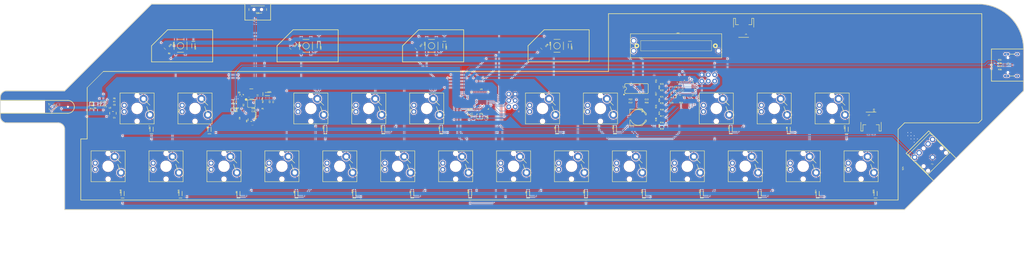
<source format=kicad_pcb>
(kicad_pcb (version 20221018) (generator pcbnew)
  (layers (0 "F.Cu" signal) (31 "B.Cu" signal) (34 "B.Paste" user) (35 "F.Paste" user) (36 "B.SilkS" user "B.Silkscreen") (37 "F.SilkS" user "F.Silkscreen") (38 "B.Mask" user) (39 "F.Mask" user) (44 "Edge.Cuts" user))
  (net 0 "")
  (net 1 "ROW1")
  (net 2 "ROW2")
  (net 3 "ROW3")
  (net 4 "ROW4")
  (net 5 "N$5")
  (net 6 "N$6")
  (net 7 "N$7")
  (net 8 "N$8")
  (net 9 "N$9")
  (net 10 "N$10")
  (net 11 "N$11")
  (net 12 "N$12")
  (net 13 "N$13")
  (net 14 "N$14")
  (net 15 "N$15")
  (net 16 "N$16")
  (net 17 "N$17")
  (net 18 "N$18")
  (net 19 "N$19")
  (net 20 "N$20")
  (net 21 "N$21")
  (net 22 "N$22")
  (net 23 "N$23")
  (net 24 "N$24")
  (net 25 "N$25")
  (net 26 "N$26")
  (net 27 "N$27")
  (net 28 "N$28")
  (net 29 "COL1")
  (net 30 "COL2")
  (net 31 "COL3")
  (net 32 "COL4")
  (net 33 "COL5")
  (net 34 "COL6")
  (net 35 "GND")
  (net 36 "VUSB")
  (net 37 "VBATT")
  (net 38 "N$1")
  (net 39 "N$2")
  (net 40 "N$3")
  (net 41 "N$4")
  (net 42 "EN")
  (net 43 "N$29")
  (net 44 "N$30")
  (net 45 "N$31")
  (net 46 "SCL1_8")
  (net 47 "SDA1_8")
  (net 48 "1.8V")
  (net 49 "N$40")
  (net 50 "SCL5")
  (net 51 "SDA5")
  (net 52 "5V")
  (net 53 "N$34")
  (net 54 "N$32")
  (net 55 "N$33")
  (net 56 "N$35")
  (net 57 "N$36")
  (net 58 "COL7")
  (net 59 "N$37")
  (net 60 "LED0")
  (net 61 "LED2")
  (net 62 "N$42")
  (net 63 "AREF")
  (net 64 "~{32U4_RESET}")
  (net 65 "32U4_SCK")
  (net 66 "32U4_CIPO")
  (net 67 "32U4_COPI")
  (net 68 "N$43")
  (net 69 "N$44")
  (net 70 "TXLED")
  (net 71 "UCAP")
  (net 72 "LED1")
  (net 73 "~{861RESET}")
  (net 74 "DAC_0")
  (net 75 "DAC_1")
  (net 76 "DAC_2")
  (net 77 "DAC_3")
  (net 78 "DAC_4")
  (net 79 "DAC_5")
  (net 80 "DAC_6")
  (net 81 "DAC_7")
  (net 82 "DAC_OUT")
  (net 83 "N$46")
  (net 84 "N$47")
  (net 85 "N$48")
  (net 86 "N$49")
  (net 87 "N$50")
  (net 88 "N$51")
  (net 89 "N$52")
  (net 90 "N$53")
  (net 91 "N$45")
  (net 92 "N$54")
  (net 93 "N$56")
  (net 94 "N$55")
  (net 95 "N$57")
  (net 96 "AUDIO_OUT")
  (net 97 "N$58")
  (net 98 "N$59")
  (net 99 "N$60")
  (net 100 "N$61")
  (net 101 "USB_P")
  (net 102 "USB_N")
  (net 103 "N$62")
  (net 104 "N$63")
  (net 105 "N$76")
  (net 106 "861CIPO")
  (net 107 "N$38")
  (net 108 "N$77")
  (net 109 "N$79")
  (net 110 "N$80")
  (footprint "working:CHERRY-MX-LED-1U" (layer "F.Cu") (at 162.4711 118.9736 -90)
    (fp_text reference "S19")
    (fp_text value "MECHANICAL-KEYBOARD1U")
  )
  (footprint "working:0603" (layer "F.Cu") (at 43.0911 110.0836 -90)
    (fp_text reference "R9")
    (fp_text value "1k")
  )
  (footprint "working:0603" (layer "F.Cu") (at 194.4751 102.8446)
    (fp_text reference "R32")
    (fp_text value "1k")
  )
  (footprint "working:0603" (layer "F.Cu") (at -30.5689 105.0036 90)
    (fp_text reference "C7")
    (fp_text value "0.1uF")
  )
  (footprint "working:INDUCTOR_4X4MM" (layer "F.Cu") (at 45.6311 99.9236 -90)
    (fp_text reference "L1")
    (fp_text value "2.2UH3A")
  )
  (footprint "working:CHERRY-MX-LED-1U" (layer "F.Cu") (at 105.3211 96.1136 -90)
    (fp_text reference "S2")
    (fp_text value "MECHANICAL-KEYBOARD1U")
  )
  (footprint "working:ICP-10101" (layer "F.Cu") (at -33.1089 105.0036)
    (fp_text reference "U$1" hide)
    (fp_text value "ICP-10101" hide)
  )
  (footprint "working:0603" (layer "F.Cu") (at -16.5989 102.4636 180)
    (fp_text reference "R10")
    (fp_text value "2.2k")
  )
  (footprint "working:SWITCH_SPST_SMD_A" (layer "F.Cu") (at 48.1711 66.5226)
    (fp_text reference "S31")
    (fp_text value "")
  )
  (footprint "working:0603" (layer "F.Cu") (at 12.6111 84.6836)
    (fp_text reference "R6")
    (fp_text value "330")
  )
  (footprint "working:SLIDER-SMALL" (layer "F.Cu") (at 213.2711 80.8736)
    (fp_text reference "VR1")
    (fp_text value "10k")
  )
  (footprint "working:SOD-323@1" (layer "F.Cu") (at 40.5511 139.2936 90)
    (fp_text reference "D1")
    (fp_text value "250mA/100V")
  )
  (footprint "working:TACTILE_SWITCH_SMD_5.2MM" (layer "F.Cu") (at 116.7511 80.8736 90)
    (fp_text reference "S27")
    (fp_text value "MOMENTARY-SWITCH-SPST-SMD-5.2MM-TALL")
  )
  (footprint "working:0603" (layer "F.Cu") (at 49.4411 102.4636 -90)
    (fp_text reference "R3")
    (fp_text value "100k")
  )
  (footprint "working:SOD-323@1" (layer "F.Cu") (at 177.7111 139.2936 90)
    (fp_text reference "D21")
    (fp_text value "250mA/100V")
  )
  (footprint "working:0603" (layer "F.Cu") (at 208.4451 107.9246 180)
    (fp_text reference "R17")
    (fp_text value "20k")
  )
  (footprint "working:0603" (layer "F.Cu") (at 38.0111 103.7336 -90)
    (fp_text reference "R13")
    (fp_text value "100k")
  )
  (footprint "working:CHERRY-MX-LED-1U" (layer "F.Cu") (at 242.4811 96.1136 -90)
    (fp_text reference "S21")
    (fp_text value "MECHANICAL-KEYBOARD1U")
  )
  (footprint "working:0603" (layer "F.Cu") (at 48.1711 110.0836 90)
    (fp_text reference "RPROG0")
    (fp_text value "2.0k")
  )
  (footprint "working:SOD-323@1" (layer "F.Cu") (at 257.7211 113.8936 90)
    (fp_text reference "D6")
    (fp_text value "250mA/100V")
  )
  (footprint "working:0603" (layer "F.Cu") (at 204.6351 104.1146 -90)
    (fp_text reference "R25")
    (fp_text value "10k")
  )
  (footprint "working:SOD-323@1" (layer "F.Cu") (at 86.2711 139.2936 90)
    (fp_text reference "D15")
    (fp_text value "250mA/100V")
  )
  (footprint "working:0603" (layer "F.Cu") (at 138.3411 108.8136 -90)
    (fp_text reference "C8")
    (fp_text value "22pF")
  )
  (footprint "working:SOD-323@1" (layer "F.Cu") (at 121.8311 80.8736 -90)
    (fp_text reference "D33")
    (fp_text value "250mA/100V")
  )
  (footprint "working:0603" (layer "F.Cu") (at 205.9051 111.7346 -90)
    (fp_text reference "R29")
    (fp_text value "10k")
  )
  (footprint "working:JST-2-SMD" (layer "F.Cu") (at 239.9411 74.5236 180)
    (fp_text reference "J4")
    (fp_text value "JST")
  )
  (footprint "working:0603" (layer "F.Cu") (at 205.9051 101.5746 -90)
    (fp_text reference "R26")
    (fp_text value "10k")
  )
  (footprint "working:LED-0603@1" (layer "F.Cu") (at 111.6711 80.8736 -135)
    (fp_text reference "D27")
    (fp_text value "RED")
  )
  (footprint "working:SOD-323@1" (layer "F.Cu") (at 6.2611 113.8936 90)
    (fp_text reference "D17")
    (fp_text value "250mA/100V")
  )
  (footprint "working:CHERRY-MX-LED-1U" (layer "F.Cu") (at 71.0311 118.9736 -90)
    (fp_text reference "S5")
    (fp_text value "MECHANICAL-KEYBOARD1U")
  )
  (footprint "working:0603" (layer "F.Cu") (at 208.4451 105.3846 180)
    (fp_text reference "R18")
    (fp_text value "20k")
  )
  (footprint "working:32M1-A_ATM" (layer "F.Cu") (at 217.3351 97.7646)
    (fp_text reference "U6")
    (fp_text value "ATTINY861V-10MU")
  )
  (footprint "working:0603" (layer "F.Cu") (at 205.9051 106.6546 -90)
    (fp_text reference "R24")
    (fp_text value "10k")
  )
  (footprint "working:SOD-323@1" (layer "F.Cu") (at 131.9911 139.2936 90)
    (fp_text reference "D19")
    (fp_text value "250mA/100V")
  )
  (footprint "working:QFN-44-NOPAD_1_1-LESS_PASTE" (layer "F.Cu") (at 135.8011 102.4636)
    (fp_text reference "U5")
    (fp_text value "32U4")
  )
  (footprint "working:SOD-323@1" (layer "F.Cu") (at 74.8411 113.8936 90)
    (fp_text reference "D24")
    (fp_text value "250mA/100V")
  )
  (footprint "working:SOD-323" (layer "F.Cu") (at 39.2811 106.2736)
    (fp_text reference "D31")
    (fp_text value "3A/10V/280mV")
  )
  (footprint "working:0603" (layer "F.Cu") (at -8.9789 102.4636)
    (fp_text reference "R5")
    (fp_text value "2.2k")
  )
  (footprint "working:SOD-323@1" (layer "F.Cu") (at 234.8611 113.8936 90)
    (fp_text reference "D11")
    (fp_text value "250mA/100V")
  )
  (footprint "working:SOT23-5" (layer "F.Cu") (at -8.9789 107.5436)
    (fp_text reference "U3")
    (fp_text value "AP2127K-1.8V")
  )
  (footprint "working:0603" (layer "F.Cu") (at 208.4451 95.2246 180)
    (fp_text reference "R23")
    (fp_text value "20k")
  )
  (footprint "working:CHERRY-MX-LED-1U" (layer "F.Cu") (at 208.1911 118.9736 -90)
    (fp_text reference "S18")
    (fp_text value "MECHANICAL-KEYBOARD1U")
  )
  (footprint "working:SOD-323@1" (layer "F.Cu") (at 120.5611 113.8936 90)
    (fp_text reference "D7")
    (fp_text value "250mA/100V")
  )
  (footprint "working:CHERRY-MX-LED-1U" (layer "F.Cu") (at 82.4611 96.1136 -90)
    (fp_text reference "S4")
    (fp_text value "MECHANICAL-KEYBOARD1U")
  )
  (footprint "working:SOD-323@1" (layer "F.Cu") (at 280.5811 113.8936 90)
    (fp_text reference "D23")
    (fp_text value "250mA/100V")
  )
  (footprint "working:TACTILE_SWITCH_SMD_5.2MM" (layer "F.Cu") (at 166.2811 80.8736 90)
    (fp_text reference "S28")
    (fp_text value "MOMENTARY-SWITCH-SPST-SMD-5.2MM-TALL")
  )
  (footprint "working:SOD-323@1" (layer "F.Cu") (at 292.0111 139.2936 90)
    (fp_text reference "D20")
    (fp_text value "250mA/100V")
  )
  (footprint "working:CHERRY-MX-LED-1U" (layer "F.Cu") (at -20.4089 118.9736 -90)
    (fp_text reference "S12")
    (fp_text value "MECHANICAL-KEYBOARD1U")
  )
  (footprint "working:CHERRY-MX-LED-1U" (layer "F.Cu") (at 185.3311 118.9736 -90)
    (fp_text reference "S17")
    (fp_text value "MECHANICAL-KEYBOARD1U")
  )
  (footprint "working:SOD-323@1" (layer "F.Cu") (at 246.2911 139.2936 90)
    (fp_text reference "D3")
    (fp_text value "250mA/100V")
  )
  (footprint "working:0603" (layer "F.Cu") (at 208.4451 100.3046 180)
    (fp_text reference "R21")
    (fp_text value "20k")
  )
  (footprint "working:SOD-323@1" (layer "F.Cu") (at 189.1411 113.8936 90)
    (fp_text reference "D12")
    (fp_text value "250mA/100V")
  )
  (footprint "working:0603" (layer "F.Cu") (at 208.4451 110.4646 180)
    (fp_text reference "R16")
    (fp_text value "20k")
  )
  (footprint "working:0603" (layer "F.Cu") (at 41.8211 103.7336 -90)
    (fp_text reference "R2")
    (fp_text value "750K")
  )
  (footprint "working:0805" (layer "F.Cu") (at 40.5511 103.7336 90)
    (fp_text reference "C3")
    (fp_text value "22uF")
  )
  (footprint "working:SOD-323@1" (layer "F.Cu") (at 17.6911 139.2936 90)
    (fp_text reference "D16")
    (fp_text value "250mA/100V")
  )
  (footprint "working:0603" (layer "F.Cu") (at 45.6311 107.5436)
    (fp_text reference "C10")
    (fp_text value "4.7uF")
  )
  (footprint "working:CHERRY-MX-LED-1U" (layer "F.Cu") (at -8.9789 96.1136 -90)
    (fp_text reference "S11")
    (fp_text value "MECHANICAL-KEYBOARD1U")
  )
  (footprint "working:TACTILE_SWITCH_SMD_5.2MM" (layer "F.Cu") (at 67.2211 80.8736 90)
    (fp_text reference "S26")
    (fp_text value "MOMENTARY-SWITCH-SPST-SMD-5.2MM-TALL")
  )
  (footprint "working:SOD-323@1" (layer "F.Cu") (at 223.4311 139.2936 90)
    (fp_text reference "D22")
    (fp_text value "250mA/100V")
  )
  (footprint "working:VSSOP_8PIN" (layer "F.Cu") (at -12.7889 103.7336 180)
    (fp_text reference "U4")
    (fp_text value "")
  )
  (footprint "working:SOD-323@1" (layer "F.Cu") (at 63.4111 139.2936 90)
    (fp_text reference "D9")
    (fp_text value "250mA/100V")
  )
  (footprint "working:CHERRY-MX-LED-1U" (layer "F.Cu") (at 231.0511 118.9736 -90)
    (fp_text reference "S20")
    (fp_text value "MECHANICAL-KEYBOARD1U")
  )
  (footprint "working:CHERRY-MX-LED-1U" (layer "F.Cu") (at 253.9111 118.9736 -90)
    (fp_text reference "S22")
    (fp_text value "MECHANICAL-KEYBOARD1U")
  )
  (footprint "working:CHERRY-MX-LED-1U" (layer "F.Cu") (at 25.3111 118.9736 -90)
    (fp_text reference "S8")
    (fp_text value "MECHANICAL-KEYBOARD1U")
  )
  (footprint "working:0603" (layer "F.Cu") (at 340.2711 88.4936)
    (fp_text reference "R36")
    (fp_text value "5.1k")
  )
  (footprint "working:CHERRY-MX-LED-1U" (layer "F.Cu") (at 13.8811 96.1136 -90)
    (fp_text reference "S9")
    (fp_text value "MECHANICAL-KEYBOARD1U")
  )
  (footprint "working:CHERRY-MX-LED-1U" (layer "F.Cu") (at 276.7711 118.9736 -90)
    (fp_text reference "S24")
    (fp_text value "MECHANICAL-KEYBOARD1U")
  )
  (footprint "working:CHERRY-MX-LED-1U" (layer "F.Cu") (at 2.4511 118.9736 -90)
    (fp_text reference "S10")
    (fp_text value "MECHANICAL-KEYBOARD1U")
  )
  (footprint "working:TACTILE_SWITCH_SMD_5.2MM" (layer "F.Cu") (at 17.6911 80.8736 90)
    (fp_text reference "S25")
    (fp_text value "MOMENTARY-SWITCH-SPST-SMD-5.2MM-TALL")
  )
  (footprint "working:0603" (layer "F.Cu") (at 208.4451 97.7646 180)
    (fp_text reference "R22")
    (fp_text value "20k")
  )
  (footprint "working:LED-0603@1" (layer "F.Cu") (at 62.1411 80.8736 -135)
    (fp_text reference "D26")
    (fp_text value "RED")
  )
  (footprint "working:CHERRY-MX-LED-1U" (layer "F.Cu") (at 139.6111 118.9736 -90)
    (fp_text reference "S13")
    (fp_text value "MECHANICAL-KEYBOARD1U")
  )
  (footprint "working:0603" (layer "F.Cu") (at 340.2711 87.2236)
    (fp_text reference "R34")
    (fp_text value "5.1k")
  )
  (footprint "working:0805" (layer "F.Cu") (at 51.9811 102.4636 -90)
    (fp_text reference "C2")
    (fp_text value "22uF")
  )
  (footprint "working:SOD-323@1" (layer "F.Cu") (at 269.1511 139.2936 90)
    (fp_text reference "D14")
    (fp_text value "250mA/100V")
  )
  (footprint "working:0603" (layer "F.Cu") (at 204.6351 93.9546 -90)
    (fp_text reference "R31")
    (fp_text value "10k")
  )
  (footprint "working:0603" (layer "F.Cu") (at -8.9789 103.7336)
    (fp_text reference "R7")
    (fp_text value "2.2k")
  )
  (footprint "working:SOD-323@1" (layer "F.Cu") (at 200.5711 139.2936 90)
    (fp_text reference "D13")
    (fp_text value "250mA/100V")
  )
  (footprint "working:SOD-323@1" (layer "F.Cu") (at 29.1211 113.8936 90)
    (fp_text reference "D8")
    (fp_text value "250mA/100V")
  )
  (footprint "working:0603" (layer "F.Cu") (at -8.9789 105.0036)
    (fp_text reference "C5")
    (fp_text value "1.0uF")
  )
  (footprint "working:0603" (layer "F.Cu") (at -16.5989 103.7336 180)
    (fp_text reference "R8")
    (fp_text value "2.2k")
  )
  (footprint "working:CHERRY-MX-LED-1U" (layer "F.Cu") (at 116.7511 118.9736 -90)
    (fp_text reference "S7")
    (fp_text value "MECHANICAL-KEYBOARD1U")
  )
  (footprint "working:CRYSTAL-SMD-2.0X1.6MM" (layer "F.Cu") (at 212.2551 100.3046 -90)
    (fp_text reference "Y1")
    (fp_text value "16MHz")
  )
  (footprint "working:CRYSTAL-SMD-2.0X1.6MM" (layer "F.Cu") (at 135.8011 108.8136)
    (fp_text reference "Y2")
    (fp_text value "16MHz")
  )
  (footprint "working:SOD-323@1" (layer "F.Cu") (at 166.2811 113.8936 90)
    (fp_text reference "D5")
    (fp_text value "250mA/100V")
  )
  (footprint "working:0603" (layer "F.Cu") (at 200.8251 104.1146)
    (fp_text reference "R33")
    (fp_text value "10")
  )
  (footprint "working:SOD-323@1" (layer "F.Cu") (at 97.7011 113.8936 90)
    (fp_text reference "D10")
    (fp_text value "250mA/100V")
  )
  (footprint "working:CHERRY-MX-LED-1U" (layer "F.Cu") (at 265.3411 96.1136 -90)
    (fp_text reference "S23")
    (fp_text value "MECHANICAL-KEYBOARD1U")
  )
  (footprint "working:SOD-323" (layer "F.Cu") (at 51.9811 99.9236)
    (fp_text reference "D35")
    (fp_text value "3A/10V/280mV")
  )
  (footprint "working:CHERRY-MX-LED-1U" (layer "F.Cu") (at 173.9011 96.1136 -90)
    (fp_text reference "S16")
    (fp_text value "MECHANICAL-KEYBOARD1U")
  )
  (footprint "working:0603" (layer "F.Cu") (at 50.7111 105.0036 180)
    (fp_text reference "R1")
    (fp_text value "100k")
  )
  (footprint "working:0603" (layer "F.Cu") (at 204.6351 99.0346 -90)
    (fp_text reference "R27")
    (fp_text value "10k")
  )
  (footprint "working:SOT-416FL" (layer "F.Cu") (at 41.8211 99.9236)
    (fp_text reference "Q1")
    (fp_text value "100mA/20V/3.8Ω")
  )
  (footprint "working:0603" (layer "F.Cu") (at 194.4751 104.1146)
    (fp_text reference "C12")
    (fp_text value "10nF")
  )
  (footprint "working:0603" (layer "F.Cu") (at -8.9789 110.0836)
    (fp_text reference "C4")
    (fp_text value "1.0uF")
  )
  (footprint "working:USB-C-16P-2LAYER-PADS" (layer "F.Cu") (at 342.8111 88.4936 90)
    (fp_text reference "J6")
    (fp_text value "")
  )
  (footprint "working:SOT23-5" (layer "F.Cu") (at 45.6311 110.0836 180)
    (fp_text reference "U1")
    (fp_text value "MCP73831")
  )
  (footprint "working:0603" (layer "F.Cu") (at 216.0651 102.8446 180)
    (fp_text reference "R15")
    (fp_text value "10k")
  )
  (footprint "working:0805" (layer "F.Cu") (at 53.3781 102.4636 -90)
    (fp_text reference "C1")
    (fp_text value "22uF")
  )
  (footprint "working:0603" (layer "F.Cu") (at 212.2551 102.8446 180)
    (fp_text reference "C15")
    (fp_text value "22pF")
  )
  (footprint "" (layer "F.Cu") (at -26.7589 105.0036)
    (fp_text reference "@HOLE0" hide)
    (fp_text value "")
  )
  (footprint "working:0603" (layer "F.Cu") (at 208.4451 113.0046 180)
    (fp_text reference "R19")
    (fp_text value "20k")
  )
  (footprint "working:JST-2-SMD" (layer "F.Cu") (at 290.215046 110.0836)
    (fp_text reference "J2")
    (fp_text value "JST")
  )
  (footprint "working:0603" (layer "F.Cu") (at 340.2711 91.0336)
    (fp_text reference "R35")
    (fp_text value "5.1k")
  )
  (footprint "working:PANASONIC_D" (layer "F.Cu") (at 198.2851 109.1946)
    (fp_text reference "C14")
    (fp_text value "100uF")
  )
  (footprint "working:CHERRY-MX-LED-1U" (layer "F.Cu") (at 48.1711 118.9736 -90)
    (fp_text reference "S3")
    (fp_text value "MECHANICAL-KEYBOARD1U")
  )
  (footprint "working:CHERRY-MX-LED-1U" (layer "F.Cu") (at 151.0411 96.1136 -90)
    (fp_text reference "S14")
    (fp_text value "MECHANICAL-KEYBOARD1U")
  )
  (footprint "working:MSOP8" (layer "F.Cu") (at 45.6311 103.7336 -90)
    (fp_text reference "U2")
    (fp_text value "PAM2401")
  )
  (footprint "working:SOD-323@1" (layer "F.Cu") (at 154.8511 139.2936 90)
    (fp_text reference "D4")
    (fp_text value "250mA/100V")
  )
  (footprint "working:0603" (layer "F.Cu") (at 50.7111 102.4636 90)
    (fp_text reference "R4")
    (fp_text value "750K")
  )
  (footprint "working:SOD-323@1" (layer "F.Cu") (at 72.3011 80.8736 -90)
    (fp_text reference "D32")
    (fp_text value "250mA/100V")
  )
  (footprint "working:CREATIVE_COMMONS" (layer "F.Cu") (at 124.3711 167.2336)
    (fp_text reference "FRAME1" hide)
    (fp_text value "FRAME-LEDGER" hide)
  )
  (footprint "working:LED-0603@1" (layer "F.Cu") (at 45.6311 106.2736)
    (fp_text reference "D30")
    (fp_text value "BLUE")
  )
  (footprint "working:LED-0603@1" (layer "F.Cu") (at 12.6111 80.8736 -135)
    (fp_text reference "D25")
    (fp_text value "RED")
  )
  (footprint "working:SOD-323@1" (layer "F.Cu") (at -5.1689 139.2936 90)
    (fp_text reference "D18")
    (fp_text value "250mA/100V")
  )
  (footprint "working:0603" (layer "F.Cu") (at 212.2551 97.7646)
    (fp_text reference "C16")
    (fp_text value "22pF")
  )
  (footprint "working:0603" (layer "F.Cu") (at 208.4451 102.8446 180)
    (fp_text reference "R20")
    (fp_text value "20k")
  )
  (footprint "working:AUDIO-JACK" (layer "F.Cu") (at 314.499125 124.951629 135)
    (fp_text reference "J7")
    (fp_text value "AUDIO_JACK_3.5MM_PTH")
  )
  (footprint "working:SOD-323@1" (layer "F.Cu") (at 22.7711 80.8736 -90)
    (fp_text reference "D29")
    (fp_text value "250mA/100V")
  )
  (footprint "working:0603" (layer "F.Cu") (at 39.2811 103.7336 90)
    (fp_text reference "R12")
    (fp_text value "1k")
  )
  (footprint "working:CHERRY-MX-LED-1U" (layer "F.Cu") (at 59.6011 96.1136 -90)
    (fp_text reference "S6")
    (fp_text value "MECHANICAL-KEYBOARD1U")
  )
  (footprint "working:0603" (layer "F.Cu") (at 204.6351 109.1946 -90)
    (fp_text reference "R28")
    (fp_text value "10k")
  )
  (footprint "working:0603" (layer "F.Cu") (at 130.7211 108.8136)
    (fp_text reference "R14")
    (fp_text value "10k")
  )
  (footprint "working:0603" (layer "F.Cu") (at -16.5989 106.2736)
    (fp_text reference "C6")
    (fp_text value "100pF")
  )
  (footprint "working:0603" (layer "F.Cu") (at 205.9051 96.4946 -90)
    (fp_text reference "R30")
    (fp_text value "10k")
  )
  (footprint "working:0603" (layer "F.Cu") (at 41.8211 110.0836 90)
    (fp_text reference "C9")
    (fp_text value "4.7uF")
  )
  (footprint "working:CHERRY-MX-LED-1U" (layer "F.Cu") (at 93.8911 118.9736 -90)
    (fp_text reference "S1")
    (fp_text value "MECHANICAL-KEYBOARD1U")
  )
  (footprint "working:0603" (layer "F.Cu") (at -16.5989 105.0036 180)
    (fp_text reference "R11")
    (fp_text value "200k")
  )
  (footprint "working:0603" (layer "F.Cu") (at 200.8251 102.8446)
    (fp_text reference "C13")
    (fp_text value "0.1uF")
  )
  (footprint "working:0603" (layer "F.Cu") (at 133.2611 108.8136 90)
    (fp_text reference "C11")
    (fp_text value "22pF")
  )
  (footprint "working:CHERRY-MX-LED-1U" (layer "F.Cu") (at 219.6211 96.1136 -90)
    (fp_text reference "S15")
    (fp_text value "MECHANICAL-KEYBOARD1U")
  )
  (footprint "working:SOD-323@1" (layer "F.Cu") (at 109.1311 139.2936 90)
    (fp_text reference "D2")
    (fp_text value "250mA/100V")
  )
  (footprint "working:SOD-323@1" (layer "F.Cu") (at 171.3611 80.8736 -90)
    (fp_text reference "D34")
    (fp_text value "250mA/100V")
  )
  (footprint "working:LED-0603@1" (layer "F.Cu") (at 161.2011 80.8736 -135)
    (fp_text reference "D28")
    (fp_text value "RED")
  )
  (footprint "working:SO14" (layer "F.Cu") (at 197.0151 97.7646)
    (fp_text reference "U7")
    (fp_text value "LMV324")
  )
  (footprint "working:0603" (layer "F.Cu") (at 340.2711 89.7636)
    (fp_text reference "R37")
    (fp_text value "5.1k")
  )
  (footprint "working:2X3-NS" (layer "B.Cu") (at 148.5011 102.4636 90)
    (fp_text reference "J5")
    (fp_text value "AVR_SPI_PROG_3X2NS")
  )
  (footprint "working:2X3-NS" (layer "B.Cu") (at 225.9711 93.5736 180)
    (fp_text reference "J3")
    (fp_text value "AVR_SPI_PROG_3X2NS")
  )
  (gr_line (start 6.2611 64.3636) (end 43.0911 64.3636) (stroke (width 0.254)) (layer "F.SilkS"))
  (gr_arc (start -26.758901 102.463599) (mid -24.962849 103.207548) (end -24.2189 105.0036) (stroke (width 0.254)) (layer "F.SilkS"))
  (gr_arc (start -30.5689 111.3536) (mid -28.772849 112.097549) (end -28.0289 113.8936) (stroke (width 0.254)) (layer "F.SilkS"))
  (gr_line (start 154.8511 80.8736) (end 154.8511 87.2236) (stroke (width 0.254)) (layer "F.SilkS"))
  (gr_line (start -28.0289 98.6536) (end 6.2611 64.3636) (stroke (width 0.254)) (layer "F.SilkS"))
  (gr_line (start 30.3911 87.2236) (end 6.2611 87.2236) (stroke (width 0.254)) (layer "F.SilkS"))
  (gr_line (start 323.7611 125.3236) (end 312.9661 114.5286) (stroke (width 0.254)) (layer "F.SilkS"))
  (gr_line (start 332.6511 111.3536) (end 333.9211 110.0836) (stroke (width 0.254)) (layer "F.SilkS"))
  (gr_arc (start -53.4289 101.1936) (mid -52.684951 99.397549) (end -50.8889 98.6536) (stroke (width 0.254)) (layer "F.SilkS"))
  (gr_line (start 6.2611 87.2236) (end 6.2611 80.8736) (stroke (width 0.254)) (layer "F.SilkS"))
  (gr_line (start -21.6789 141.8336) (end -21.6789 117.7036) (stroke (width 0.254)) (layer "F.SilkS"))
  (gr_line (start -28.0289 145.6436) (end -28.0289 113.8936) (stroke (width 0.254)) (layer "F.SilkS"))
  (gr_line (start 313.6011 135.4836) (end 303.4411 145.6436) (stroke (width 0.254)) (layer "F.SilkS"))
  (gr_line (start 337.7311 82.1436) (end 337.7311 94.8436) (stroke (width 0.254)) (layer "F.SilkS"))
  (gr_line (start 350.4311 98.6536) (end 325.0311 124.0536) (stroke (width 0.254)) (layer "F.SilkS"))
  (gr_line (start 129.4511 74.5236) (end 129.4511 87.2236) (stroke (width 0.254)) (layer "F.SilkS"))
  (gr_line (start 178.9811 74.5236) (end 161.2011 74.5236) (stroke (width 0.254)) (layer "F.SilkS"))
  (gr_arc (start -50.8889 111.3536) (mid -52.684951 110.609651) (end -53.4289 108.8136) (stroke (width 0.254)) (layer "F.SilkS"))
  (gr_line (start -26.7589 102.4636) (end -53.4289 102.4636) (stroke (width 0.254)) (layer "F.SilkS"))
  (gr_line (start 350.4311 82.1436) (end 337.7311 82.1436) (stroke (width 0.254)) (layer "F.SilkS"))
  (gr_line (start 300.9011 113.8936) (end 300.9011 141.8336) (stroke (width 0.254)) (layer "F.SilkS"))
  (gr_line (start 111.6711 74.5236) (end 129.4511 74.5236) (stroke (width 0.254)) (layer "F.SilkS"))
  (gr_line (start -53.4289 102.4636) (end -53.4289 101.1936) (stroke (width 0.254)) (layer "F.SilkS"))
  (gr_line (start 53.2511 70.7136) (end 53.2511 64.3636) (stroke (width 0.254)) (layer "F.SilkS"))
  (gr_line (start 6.2611 80.8736) (end 12.6111 74.5236) (stroke (width 0.254)) (layer "F.SilkS"))
  (gr_line (start 303.4411 111.3536) (end 332.6511 111.3536) (stroke (width 0.254)) (layer "F.SilkS"))
  (gr_line (start 129.4511 87.2236) (end 105.3211 87.2236) (stroke (width 0.254)) (layer "F.SilkS"))
  (gr_line (start 303.4411 111.3536) (end 300.9011 113.8936) (stroke (width 0.254)) (layer "F.SilkS"))
  (gr_line (start -21.6789 117.7036) (end -19.1389 117.7036) (stroke (width 0.254)) (layer "F.SilkS"))
  (gr_line (start 55.7911 87.2236) (end 55.7911 80.8736) (stroke (width 0.254)) (layer "F.SilkS"))
  (gr_line (start 186.6011 91.0336) (end 186.6011 68.1736) (stroke (width 0.254)) (layer "F.SilkS"))
  (gr_arc (start -24.218901 105.003599) (mid -24.962849 106.799651) (end -26.7589 107.5436) (stroke (width 0.254)) (layer "F.SilkS"))
  (gr_line (start 53.2511 64.3636) (end 332.6511 64.3636) (stroke (width 0.254)) (layer "F.SilkS"))
  (gr_line (start 312.9661 114.5286) (end 304.0761 123.4186) (stroke (width 0.254)) (layer "F.SilkS"))
  (gr_line (start 105.3211 80.8736) (end 111.6711 74.5236) (stroke (width 0.254)) (layer "F.SilkS"))
  (gr_line (start -19.1389 117.7036) (end -19.1389 97.3836) (stroke (width 0.254)) (layer "F.SilkS"))
  (gr_line (start -53.4289 107.5436) (end -26.7589 107.5436) (stroke (width 0.254)) (layer "F.SilkS"))
  (gr_line (start 154.8511 87.2236) (end 178.9811 87.2236) (stroke (width 0.254)) (layer "F.SilkS"))
  (gr_line (start 79.9211 87.2236) (end 55.7911 87.2236) (stroke (width 0.254)) (layer "F.SilkS"))
  (gr_line (start 105.3211 87.2236) (end 105.3211 80.8736) (stroke (width 0.254)) (layer "F.SilkS"))
  (gr_line (start 161.2011 74.5236) (end 154.8511 80.8736) (stroke (width 0.254)) (layer "F.SilkS"))
  (gr_line (start -19.1389 97.3836) (end -12.7889 91.0336) (stroke (width 0.1524)) (layer "F.SilkS"))
  (gr_line (start 350.4311 94.8436) (end 350.4311 98.6536) (stroke (width 0.254)) (layer "F.SilkS"))
  (gr_line (start -30.5689 111.3536) (end -50.8889 111.3536) (stroke (width 0.254)) (layer "F.SilkS"))
  (gr_line (start 43.0911 70.7136) (end 53.2511 70.7136) (stroke (width 0.254)) (layer "F.SilkS"))
  (gr_line (start 55.7911 80.8736) (end 62.1411 74.5236) (stroke (width 0.254)) (layer "F.SilkS"))
  (gr_arc (start 332.6511 64.3636) (mid 345.223459 69.571241) (end 350.4311 82.1436) (stroke (width 0.254)) (layer "F.SilkS"))
  (gr_line (start 304.0761 123.4186) (end 314.8711 134.2136) (stroke (width 0.254)) (layer "F.SilkS"))
  (gr_line (start 79.9211 74.5236) (end 79.9211 87.2236) (stroke (width 0.254)) (layer "F.SilkS"))
  (gr_line (start 62.1411 74.5236) (end 79.9211 74.5236) (stroke (width 0.254)) (layer "F.SilkS"))
  (gr_line (start 186.6011 68.1736) (end 333.9211 68.1736) (stroke (width 0.254)) (layer "F.SilkS"))
  (gr_line (start 178.9811 87.2236) (end 178.9811 74.5236) (stroke (width 0.254)) (layer "F.SilkS"))
  (gr_line (start 333.9211 110.0836) (end 333.9211 68.1736) (stroke (width 0.254)) (layer "F.SilkS"))
  (gr_line (start -21.6789 141.8336) (end 300.9011 141.8336) (stroke (width 0.254)) (layer "F.SilkS"))
  (gr_line (start -50.8889 98.6536) (end -28.0289 98.6536) (stroke (width 0.254)) (layer "F.SilkS"))
  (gr_line (start 30.3911 74.5236) (end 30.3911 87.2236) (stroke (width 0.254)) (layer "F.SilkS"))
  (gr_line (start 337.7311 94.8436) (end 350.4311 94.8436) (stroke (width 0.254)) (layer "F.SilkS"))
  (gr_line (start 12.6111 74.5236) (end 30.3911 74.5236) (stroke (width 0.254)) (layer "F.SilkS"))
  (gr_line (start 43.0911 64.3636) (end 43.0911 70.7136) (stroke (width 0.254)) (layer "F.SilkS"))
  (gr_line (start -53.4289 108.8136) (end -53.4289 107.5436) (stroke (width 0.254)) (layer "F.SilkS"))
  (gr_line (start -12.7889 91.0336) (end 186.6011 91.0336) (stroke (width 0.254)) (layer "F.SilkS"))
  (gr_line (start 303.4411 145.6436) (end -28.0289 145.6436) (stroke (width 0.254)) (layer "F.SilkS"))
  (gr_line (start -28.0289 113.8936) (end -28.0289 145.6436) (stroke (width 0.254)) (layer "Edge.Cuts"))
  (gr_arc (start -53.4289 101.1936) (mid -52.684951 99.397549) (end -50.8889 98.6536) (stroke (width 0.254)) (layer "Edge.Cuts"))
  (gr_line (start -53.4289 101.1936) (end -53.4289 108.8136) (stroke (width 0.254)) (layer "Edge.Cuts"))
  (gr_line (start -50.8889 111.3536) (end -30.5689 111.3536) (stroke (width 0.254)) (layer "Edge.Cuts"))
  (gr_line (start -28.0289 98.6536) (end 6.2611 64.3636) (stroke (width 0.254)) (layer "Edge.Cuts"))
  (gr_line (start -50.8889 98.6536) (end -28.0289 98.6536) (stroke (width 0.254)) (layer "Edge.Cuts"))
  (gr_arc (start -50.8889 111.3536) (mid -52.684951 110.609651) (end -53.4289 108.8136) (stroke (width 0.254)) (layer "Edge.Cuts"))
  (gr_arc (start 332.6511 64.3636) (mid 345.223459 69.571241) (end 350.4311 82.1436) (stroke (width 0.254)) (layer "Edge.Cuts"))
  (gr_arc (start -30.5689 111.3536) (mid -28.772849 112.097549) (end -28.0289 113.8936) (stroke (width 0.254)) (layer "Edge.Cuts"))
  (gr_line (start 303.4411 145.6436) (end 350.4311 98.6536) (stroke (width 0.254)) (layer "Edge.Cuts"))
  (gr_line (start 332.6511 64.3636) (end 6.2611 64.3636) (stroke (width 0.254)) (layer "Edge.Cuts"))
  (gr_line (start 350.4311 98.6536) (end 350.4311 82.1436) (stroke (width 0.254)) (layer "Edge.Cuts"))
  (gr_line (start -28.0289 145.6436) (end 303.4411 145.6436) (stroke (width 0.254)) (layer "Edge.Cuts"))
  (segment (start -8.3439 124.6886) (end -8.3439 122.1486) (width 0.254) (layer "F.Cu") (net 1))
  (segment (start 37.3761 120.2436) (end 37.3761 124.6886) (width 0.254) (layer "F.Cu") (net 1))
  (segment (start 24.0411 97.3836) (end 25.9461 99.2886) (width 0.254) (layer "F.Cu") (net 1))
  (segment (start -6.4389 120.2436) (end 14.5161 120.2436) (width 0.254) (layer "F.Cu") (net 1))
  (segment (start 25.9461 99.2886) (end 25.9461 101.8286) (width 0.254) (layer "F.Cu") (net 1))
  (segment (start 58.3311 120.2436) (end 59.6011 118.9736) (width 0.1524) (layer "F.Cu") (net 1))
  (segment (start -8.3439 122.1486) (end -6.4389 120.2436) (width 0.254) (layer "F.Cu") (net 1))
  (segment (start 14.5161 120.2436) (end 14.5161 97.3836) (width 0.254) (layer "F.Cu") (net 1))
  (segment (start 37.3761 120.2436) (end 58.3311 120.2436) (width 0.254) (layer "F.Cu") (net 1))
  (segment (start 4.9911 97.3836) (end 14.5161 97.3836) (width 0.254) (layer "F.Cu") (net 1))
  (segment (start 15.7861 83.6676) (end 15.7861 97.3836) (width 0.1524) (layer "F.Cu") (net 1))
  (segment (start 59.6011 118.9736) (end 59.6011 98.6536) (width 0.1524) (layer "F.Cu") (net 1))
  (segment (start 134.822231 98.182732) (end 134.822231 99.1271) (width 0.1524) (layer "F.Cu") (net 1))
  (segment (start 15.7861 97.3836) (end 24.0411 97.3836) (width 0.254) (layer "F.Cu") (net 1))
  (segment (start 134.0231 97.3836) (end 134.822231 98.182732) (width 0.1524) (layer "F.Cu") (net 1))
  (segment (start 60.2361 124.6886) (end 60.2361 122.1486) (width 0.254) (layer "F.Cu") (net 1))
  (segment (start 3.0861 101.8286) (end 3.0861 99.2886) (width 0.254) (layer "F.Cu") (net 1))
  (segment (start 3.0861 99.2886) (end 4.9911 97.3836) (width 0.254) (layer "F.Cu") (net 1))
  (segment (start 14.5161 97.3836) (end 15.7861 97.3836) (width 0.254) (layer "F.Cu") (net 1))
  (segment (start 60.2361 122.1486) (end 58.3311 120.2436) (width 0.254) (layer "F.Cu") (net 1))
  (segment (start 14.5161 120.2436) (end 37.3761 120.2436) (width 0.254) (layer "F.Cu") (net 1))
  (segment (start 14.5161 124.6886) (end 14.5161 120.2436) (width 0.254) (layer "F.Cu") (net 1))
  (segment (start 121.8311 97.3836) (end 134.0231 97.3836) (width 0.1524) (layer "F.Cu") (net 1))
  (via (at 121.8311 97.3836) (size 0.5588) (drill 0.3048) (layers "F.Cu" "B.Cu") (net 1))
  (via (at 59.6011 98.6536) (size 0.5588) (drill 0.3048) (layers "F.Cu" "B.Cu") (net 1))
  (segment (start 120.5611 98.6536) (end 121.8311 97.3836) (width 0.1524) (layer "B.Cu") (net 1))
  (segment (start 59.6011 98.6536) (end 120.5611 98.6536) (width 0.1524) (layer "B.Cu") (net 1))
  (segment (start 117.3861 99.2886) (end 117.3861 101.8286) (width 0.254) (layer "F.Cu") (net 2))
  (segment (start 83.0961 122.1486) (end 85.0011 120.2436) (width 0.254) (layer "F.Cu") (net 2))
  (segment (start 69.7611 97.3836) (end 71.6661 99.2886) (width 0.1524) (layer "F.Cu") (net 2))
  (segment (start 65.3161 96.7486) (end 65.9511 97.3836) (width 0.1524) (layer "F.Cu") (net 2))
  (segment (start 83.0961 124.6886) (end 83.0961 122.1486) (width 0.254) (layer "F.Cu") (net 2))
  (segment (start 135.3011 99.1271) (end 135.3011 96.8836) (width 0.1524) (layer "F.Cu") (net 2))
  (segment (start 105.9561 124.6886) (end 105.9561 120.2436) (width 0.254) (layer "F.Cu") (net 2))
  (segment (start 94.5261 101.8286) (end 94.5261 97.3836) (width 0.254) (layer "F.Cu") (net 2))
  (segment (start 71.6661 99.2886) (end 73.5711 97.3836) (width 0.254) (layer "F.Cu") (net 2))
  (segment (start 134.5311 96.1136) (end 120.5611 96.1136) (width 0.1524) (layer "F.Cu") (net 2))
  (segment (start 65.9511 97.3836) (end 69.7611 97.3836) (width 0.1524) (layer "F.Cu") (net 2))
  (segment (start 105.9561 97.3836) (end 115.4811 97.3836) (width 0.254) (layer "F.Cu") (net 2))
  (segment (start 71.6661 101.8286) (end 71.6661 99.2886) (width 0.254) (layer "F.Cu") (net 2))
  (segment (start 115.4811 97.3836) (end 117.3861 99.2886) (width 0.254) (layer "F.Cu") (net 2))
  (segment (start 85.0011 120.2436) (end 105.9561 120.2436) (width 0.254) (layer "F.Cu") (net 2))
  (segment (start 105.9561 120.2436) (end 126.9111 120.2436) (width 0.254) (layer "F.Cu") (net 2))
  (segment (start 73.5711 97.3836) (end 94.5261 97.3836) (width 0.254) (layer "F.Cu") (net 2))
  (segment (start 120.5611 96.1136) (end 117.3861 99.2886) (width 0.1524) (layer "F.Cu") (net 2))
  (segment (start 65.3161 83.6676) (end 65.3161 96.7486) (width 0.1524) (layer "F.Cu") (net 2))
  (segment (start 94.5261 97.3836) (end 105.9561 97.3836) (width 0.254) (layer "F.Cu") (net 2))
  (segment (start 126.9111 120.2436) (end 128.8161 122.1486) (width 0.254) (layer "F.Cu") (net 2))
  (segment (start 135.3011 96.8836) (end 134.5311 96.1136) (width 0.1524) (layer "F.Cu") (net 2))
  (segment (start 128.8161 122.1486) (end 128.8161 124.6886) (width 0.254) (layer "F.Cu") (net 2))
  (segment (start 105.9561 120.2436) (end 105.9561 97.3836) (width 0.254) (layer "F.Cu") (net 2))
  (segment (start 275.5011 97.3836) (end 277.4061 99.2886) (width 0.254) (layer "F.Cu") (net 3))
  (segment (start 133.2611 91.0336) (end 138.3411 85.9536) (width 0.1524) (layer "F.Cu") (net 3))
  (segment (start 114.8461 83.6676) (end 114.8461 89.1286) (width 0.1524) (layer "F.Cu") (net 3))
  (segment (start 243.1161 122.1486) (end 245.0211 120.2436) (width 0.254) (layer "F.Cu") (net 3))
  (segment (start 265.9761 124.6886) (end 265.9761 120.2436) (width 0.254) (layer "F.Cu") (net 3))
  (segment (start 254.5461 101.8286) (end 254.5461 97.3836) (width 0.254) (layer "F.Cu") (net 3))
  (segment (start 231.6861 99.2886) (end 233.5911 97.3836) (width 0.254) (layer "F.Cu") (net 3))
  (segment (start 116.7511 91.0336) (end 133.2611 91.0336) (width 0.1524) (layer "F.Cu") (net 3))
  (segment (start 265.9761 120.2436) (end 265.9761 97.3836) (width 0.254) (layer "F.Cu") (net 3))
  (segment (start 277.4061 99.2886) (end 277.4061 101.8286) (width 0.254) (layer "F.Cu") (net 3))
  (segment (start 265.9761 97.3836) (end 275.5011 97.3836) (width 0.254) (layer "F.Cu") (net 3))
  (segment (start 135.8011 93.5736) (end 135.8011 99.1271) (width 0.1524) (layer "F.Cu") (net 3))
  (segment (start 245.0211 120.2436) (end 265.9761 120.2436) (width 0.254) (layer "F.Cu") (net 3))
  (segment (start 133.2611 91.0336) (end 135.8011 93.5736) (width 0.1524) (layer "F.Cu") (net 3))
  (segment (start 233.5911 97.3836) (end 254.5461 97.3836) (width 0.254) (layer "F.Cu") (net 3))
  (segment (start 286.9311 120.2436) (end 288.8361 122.1486) (width 0.254) (layer "F.Cu") (net 3))
  (segment (start 243.1161 124.6886) (end 243.1161 122.1486) (width 0.254) (layer "F.Cu") (net 3))
  (segment (start 231.6861 101.8286) (end 231.6861 99.2886) (width 0.254) (layer "F.Cu") (net 3))
  (segment (start 114.8461 89.1286) (end 116.7511 91.0336) (width 0.1524) (layer "F.Cu") (net 3))
  (segment (start 286.9311 120.2436) (end 265.9761 120.2436) (width 0.254) (layer "F.Cu") (net 3))
  (segment (start 233.5911 85.9536) (end 233.5911 97.3836) (width 0.1524) (layer "F.Cu") (net 3))
  (segment (start 288.8361 122.1486) (end 288.8361 124.6886) (width 0.254) (layer "F.Cu") (net 3))
  (segment (start 254.5461 97.3836) (end 265.9761 97.3836) (width 0.254) (layer "F.Cu") (net 3))
  (via (at 138.3411 85.9536) (size 0.5588) (drill 0.3048) (layers "F.Cu" "B.Cu") (net 3))
  (via (at 233.5911 85.9536) (size 0.5588) (drill 0.3048) (layers "F.Cu" "B.Cu") (net 3))
  (segment (start 138.3411 85.9536) (end 233.5911 85.9536) (width 0.1524) (layer "B.Cu") (net 3))
  (segment (start 165.0111 84.6836) (end 165.0111 97.3836) (width 0.1524) (layer "F.Cu") (net 4))
  (segment (start 136.3011 99.1271) (end 136.3011 94.3436) (width 0.1524) (layer "F.Cu") (net 4))
  (segment (start 165.0111 97.3836) (end 174.5361 97.3836) (width 0.254) (layer "F.Cu") (net 4))
  (segment (start 174.5361 97.3836) (end 184.0611 97.3836) (width 0.254) (layer "F.Cu") (net 4))
  (segment (start 153.5811 120.2436) (end 174.5361 120.2436) (width 0.254) (layer "F.Cu") (net 4))
  (segment (start 151.6761 122.1486) (end 153.5811 120.2436) (width 0.254) (layer "F.Cu") (net 4))
  (segment (start 220.2561 122.1486) (end 220.2561 124.6886) (width 0.254) (layer "F.Cu") (net 4))
  (segment (start 174.5361 124.6886) (end 174.5361 120.2436) (width 0.254) (layer "F.Cu") (net 4))
  (segment (start 184.0611 97.3836) (end 185.9661 99.2886) (width 0.254) (layer "F.Cu") (net 4))
  (segment (start 174.5361 120.2436) (end 197.3961 120.2436) (width 0.254) (layer "F.Cu") (net 4))
  (segment (start 164.3761 83.6676) (end 164.3761 84.0486) (width 0.1524) (layer "F.Cu") (net 4))
  (segment (start 174.5361 120.2436) (end 174.5361 97.3836) (width 0.254) (layer "F.Cu") (net 4))
  (segment (start 163.1061 99.2886) (end 165.0111 97.3836) (width 0.254) (layer "F.Cu") (net 4))
  (segment (start 197.3961 120.2436) (end 218.3511 120.2436) (width 0.254) (layer "F.Cu") (net 4))
  (segment (start 185.9661 99.2886) (end 185.9661 101.8286) (width 0.254) (layer "F.Cu") (net 4))
  (segment (start 197.3961 124.6886) (end 197.3961 120.2436) (width 0.254) (layer "F.Cu") (net 4))
  (segment (start 218.3511 120.2436) (end 220.2561 122.1486) (width 0.254) (layer "F.Cu") (net 4))
  (segment (start 164.3761 84.0486) (end 165.0111 84.6836) (width 0.1524) (layer "F.Cu") (net 4))
  (segment (start 136.3011 94.3436) (end 137.0711 93.5736) (width 0.1524) (layer "F.Cu") (net 4))
  (segment (start 151.6761 124.6886) (end 151.6761 122.1486) (width 0.254) (layer "F.Cu") (net 4))
  (segment (start 163.1061 101.8286) (end 163.1061 99.2886) (width 0.254) (layer "F.Cu") (net 4))
  (via (at 137.0711 93.5736) (size 0.5588) (drill 0.3048) (layers "F.Cu" "B.Cu") (net 4))
  (segment (start 137.0711 93.5736) (end 157.3911 93.5736) (width 0.1524) (layer "B.Cu") (net 4))
  (segment (start 157.3911 93.5736) (end 163.1061 99.2886) (width 0.1524) (layer "B.Cu") (net 4))
  (segment (start 163.1061 99.2886) (end 163.1061 101.8286) (width 0.1524) (layer "B.Cu") (net 4))
  (segment (start 40.5511 138.1436) (end 40.5511 132.3086) (width 0.254) (layer "F.Cu") (net 5))
  (segment (start 40.5511 132.3086) (end 39.9161 131.0386) (width 0.254) (layer "F.Cu") (net 5))
  (segment (start 109.1311 132.3086) (end 108.4961 131.0386) (width 0.254) (layer "F.Cu") (net 6))
  (segment (start 109.1311 138.1436) (end 109.1311 132.3086) (width 0.254) (layer "F.Cu") (net 6))
  (segment (start 246.2911 132.3086) (end 245.6561 131.0386) (width 0.254) (layer "F.Cu") (net 7))
  (segment (start 246.2911 138.1436) (end 246.2911 132.3086) (width 0.254) (layer "F.Cu") (net 7))
  (segment (start 154.8511 138.1436) (end 154.8511 132.3086) (width 0.254) (layer "F.Cu") (net 8))
  (segment (start 154.8511 132.3086) (end 154.2161 131.0386) (width 0.254) (layer "F.Cu") (net 8))
  (segment (start 166.2811 112.7436) (end 166.2811 109.4486) (width 0.254) (layer "F.Cu") (net 9))
  (segment (start 166.2811 109.4486) (end 165.6461 108.1786) (width 0.254) (layer "F.Cu") (net 9))
  (segment (start 257.7211 109.4486) (end 257.0861 108.1786) (width 0.254) (layer "F.Cu") (net 10))
  (segment (start 257.7211 112.7436) (end 257.7211 109.4486) (width 0.254) (layer "F.Cu") (net 10))
  (segment (start 120.5611 109.4486) (end 119.9261 108.1786) (width 0.254) (layer "F.Cu") (net 11))
  (segment (start 120.5611 112.7436) (end 120.5611 109.4486) (width 0.254) (layer "F.Cu") (net 11))
  (segment (start 29.1211 112.7436) (end 29.1211 109.4486) (width 0.254) (layer "F.Cu") (net 12))
  (segment (start 29.1211 109.4486) (end 28.4861 108.1786) (width 0.254) (layer "F.Cu") (net 12))
  (segment (start 63.4111 138.1436) (end 63.4111 132.3086) (width 0.254) (layer "F.Cu") (net 13))
  (segment (start 63.4111 132.3086) (end 62.7761 131.0386) (width 0.254) (layer "F.Cu") (net 13))
  (segment (start 97.7011 112.7436) (end 97.7011 109.4486) (width 0.254) (layer "F.Cu") (net 14))
  (segment (start 97.7011 109.4486) (end 97.0661 108.1786) (width 0.254) (layer "F.Cu") (net 14))
  (segment (start 234.8611 112.7436) (end 234.8611 109.4486) (width 0.254) (layer "F.Cu") (net 15))
  (segment (start 234.8611 109.4486) (end 234.2261 108.1786) (width 0.254) (layer "F.Cu") (net 15))
  (segment (start 189.1411 112.7436) (end 189.1411 109.4486) (width 0.254) (layer "F.Cu") (net 16))
  (segment (start 189.1411 109.4486) (end 188.5061 108.1786) (width 0.254) (layer "F.Cu") (net 16))
  (segment (start 200.5711 138.1436) (end 200.5711 132.3086) (width 0.254) (layer "F.Cu") (net 17))
  (segment (start 200.5711 132.3086) (end 199.9361 131.0386) (width 0.254) (layer "F.Cu") (net 17))
  (segment (start 269.1511 132.3086) (end 268.5161 131.0386) (width 0.254) (layer "F.Cu") (net 18))
  (segment (start 269.1511 138.1436) (end 269.1511 132.3086) (width 0.254) (layer "F.Cu") (net 18))
  (segment (start 86.2711 132.3086) (end 85.6361 131.0386) (width 0.254) (layer "F.Cu") (net 19))
  (segment (start 86.2711 138.1436) (end 86.2711 132.3086) (width 0.254) (layer "F.Cu") (net 19))
  (segment (start 17.6911 138.1436) (end 17.6911 132.3086) (width 0.254) (layer "F.Cu") (net 20))
  (segment (start 17.6911 132.3086) (end 17.0561 131.0386) (width 0.254) (layer "F.Cu") (net 20))
  (segment (start 6.2611 112.7436) (end 6.2611 109.4486) (width 0.254) (layer "F.Cu") (net 21))
  (segment (start 6.2611 109.4486) (end 5.6261 108.1786) (width 0.254) (layer "F.Cu") (net 21))
  (segment (start 74.8411 109.4486) (end 74.2061 108.1786) (width 0.254) (layer "F.Cu") (net 22))
  (segment (start 74.8411 112.7436) (end 74.8411 109.4486) (width 0.254) (layer "F.Cu") (net 22))
  (segment (start 280.5811 109.4486) (end 279.9461 108.1786) (width 0.254) (layer "F.Cu") (net 23))
  (segment (start 280.5811 112.7436) (end 280.5811 109.4486) (width 0.254) (layer "F.Cu") (net 23))
  (segment (start 223.4311 132.3086) (end 223.4311 138.1436) (width 0.254) (layer "F.Cu") (net 24))
  (segment (start 222.7961 131.0386) (end 223.4311 132.3086) (width 0.254) (layer "F.Cu") (net 24))
  (segment (start 177.7111 132.3086) (end 177.0761 131.0386) (width 0.254) (layer "F.Cu") (net 25))
  (segment (start 177.7111 138.1436) (end 177.7111 132.3086) (width 0.254) (layer "F.Cu") (net 25))
  (segment (start 292.0111 132.3086) (end 291.3761 131.0386) (width 0.254) (layer "F.Cu") (net 26))
  (segment (start 292.0111 138.1436) (end 292.0111 132.3086) (width 0.254) (layer "F.Cu") (net 26))
  (segment (start 131.9911 132.3086) (end 131.3561 131.0386) (width 0.254) (layer "F.Cu") (net 27))
  (segment (start 131.9911 138.1436) (end 131.9911 132.3086) (width 0.254) (layer "F.Cu") (net 27))
  (segment (start -5.1689 138.1436) (end -5.1689 132.3086) (width 0.254) (layer "F.Cu") (net 28))
  (segment (start -5.1689 132.3086) (end -5.8039 131.0386) (width 0.254) (layer "F.Cu") (net 28))
  (segment (start 134.5311 124.0536) (end 134.5311 138.0236) (width 0.1524) (layer "F.Cu") (net 29))
  (segment (start 43.2111 140.4436) (end 45.6311 138.0236) (width 0.254) (layer "F.Cu") (net 29))
  (segment (start 251.3711 138.0236) (end 248.9511 140.4436) (width 0.254) (layer "F.Cu") (net 29))
  (segment (start 126.9111 116.4336) (end 134.5311 124.0536) (width 0.1524) (layer "F.Cu") (net 29))
  (segment (start 128.098834 100.005866) (end 126.9111 101.1936) (width 0.1524) (layer "F.Cu") (net 29))
  (segment (start 248.9511 140.4436) (end 246.2911 140.4436) (width 0.254) (layer "F.Cu") (net 29))
  (segment (start 109.1311 140.4436) (end 111.7911 140.4436) (width 0.254) (layer "F.Cu") (net 29))
  (segment (start 126.9111 101.1936) (end 126.9111 116.4336) (width 0.1524) (layer "F.Cu") (net 29))
  (segment (start 157.5111 140.4436) (end 159.9311 138.0236) (width 0.254) (layer "F.Cu") (net 29))
  (segment (start 40.5511 140.4436) (end 43.2111 140.4436) (width 0.254) (layer "F.Cu") (net 29))
  (segment (start 154.8511 140.4436) (end 157.5111 140.4436) (width 0.254) (layer "F.Cu") (net 29))
  (segment (start 111.7911 140.4436) (end 114.2111 138.0236) (width 0.254) (layer "F.Cu") (net 29))
  (segment (start 132.4646 100.005866) (end 128.098834 100.005866) (width 0.1524) (layer "F.Cu") (net 29))
  (via (at 159.9311 138.0236) (size 0.635) (drill 0.381) (layers "F.Cu" "B.Cu") (net 29))
  (via (at 134.5311 138.0236) (size 0.5588) (drill 0.3048) (layers "F.Cu" "B.Cu") (net 29))
  (via (at 114.2111 138.0236) (size 0.635) (drill 0.381) (layers "F.Cu" "B.Cu") (net 29))
  (via (at 45.6311 138.0236) (size 0.635) (drill 0.381) (layers "F.Cu" "B.Cu") (net 29))
  (via (at 251.3711 138.0236) (size 0.635) (drill 0.381) (layers "F.Cu" "B.Cu") (net 29))
  (segment (start 134.5311 138.0236) (end 159.9311 138.0236) (width 0.254) (layer "B.Cu") (net 29))
  (segment (start 45.6311 138.0236) (end 114.2111 138.0236) (width 0.254) (layer "B.Cu") (net 29))
  (segment (start 114.2111 138.0236) (end 134.5311 138.0236) (width 0.254) (layer "B.Cu") (net 29))
  (segment (start 159.9311 138.0236) (end 251.3711 138.0236) (width 0.254) (layer "B.Cu") (net 29))
  (segment (start 143.2941 102.4636) (end 143.8021 102.9716) (width 0.1524) (layer "F.Cu") (net 30))
  (segment (start 29.1211 115.0436) (end 29.2411 115.1636) (width 0.254) (layer "F.Cu") (net 30))
  (segment (start 143.8021 111.7346) (end 142.7861 112.7506) (width 0.1524) (layer "F.Cu") (net 30))
  (segment (start 257.8411 115.1636) (end 257.7211 115.0436) (width 0.254) (layer "F.Cu") (net 30))
  (segment (start 120.5611 115.0436) (end 120.6811 115.1636) (width 0.254) (layer "F.Cu") (net 30))
  (segment (start 120.6811 115.1636) (end 123.1011 115.1636) (width 0.254) (layer "F.Cu") (net 30))
  (segment (start 166.2811 115.0436) (end 168.7011 115.0436) (width 0.254) (layer "F.Cu") (net 30))
  (segment (start 139.1376 102.4636) (end 143.2941 102.4636) (width 0.1524) (layer "F.Cu") (net 30))
  (segment (start 29.2411 115.1636) (end 31.6611 115.1636) (width 0.254) (layer "F.Cu") (net 30))
  (segment (start 142.7861 112.7506) (end 142.7861 115.1636) (width 0.1524) (layer "F.Cu") (net 30))
  (segment (start 143.8021 102.9716) (end 143.8021 111.7346) (width 0.1524) (layer "F.Cu") (net 30))
  (segment (start 168.7011 115.0436) (end 168.8211 115.1636) (width 0.254) (layer "F.Cu") (net 30))
  (segment (start 260.2611 115.1636) (end 257.8411 115.1636) (width 0.254) (layer "F.Cu") (net 30))
  (via (at 31.6611 115.1636) (size 0.635) (drill 0.381) (layers "F.Cu" "B.Cu") (net 30))
  (via (at 142.7861 115.1636) (size 0.5588) (drill 0.3048) (layers "F.Cu" "B.Cu") (net 30))
  (via (at 123.1011 115.1636) (size 0.635) (drill 0.381) (layers "F.Cu" "B.Cu") (net 30))
  (via (at 260.2611 115.1636) (size 0.635) (drill 0.381) (layers "F.Cu" "B.Cu") (net 30))
  (via (at 168.8211 115.1636) (size 0.635) (drill 0.381) (layers "F.Cu" "B.Cu") (net 30))
  (segment (start 168.8211 115.1636) (end 260.2611 115.1636) (width 0.254) (layer "B.Cu") (net 30))
  (segment (start 123.1011 115.1636) (end 142.7861 115.1636) (width 0.254) (layer "B.Cu") (net 30))
  (segment (start 142.7861 115.1636) (end 168.8211 115.1636) (width 0.254) (layer "B.Cu") (net 30))
  (segment (start 31.6611 115.1636) (end 123.1011 115.1636) (width 0.254) (layer "B.Cu") (net 30))
  (segment (start 189.1411 115.0436) (end 191.8011 115.0436) (width 0.254) (layer "F.Cu") (net 31))
  (segment (start 144.3101 102.7176) (end 144.3101 112.3696) (width 0.1524) (layer "F.Cu") (net 31))
  (segment (start 63.4111 140.4436) (end 66.0711 140.4436) (width 0.254) (layer "F.Cu") (net 31))
  (segment (start 71.0311 135.4836) (end 71.0311 112.6236) (width 0.254) (layer "F.Cu") (net 31))
  (segment (start 144.3101 112.3696) (end 144.0561 112.6236) (width 0.1524) (layer "F.Cu") (net 31))
  (segment (start 97.7011 115.0436) (end 100.3611 115.0436) (width 0.254) (layer "F.Cu") (net 31))
  (segment (start 237.5211 115.0436) (end 239.9411 112.6236) (width 0.254) (layer "F.Cu") (net 31))
  (segment (start 100.3611 115.0436) (end 102.7811 112.6236) (width 0.254) (layer "F.Cu") (net 31))
  (segment (start 191.8011 115.0436) (end 194.2211 112.6236) (width 0.254) (layer "F.Cu") (net 31))
  (segment (start 139.1376 101.9636) (end 143.5561 101.9636) (width 0.1524) (layer "F.Cu") (net 31))
  (segment (start 143.5561 101.9636) (end 144.3101 102.7176) (width 0.1524) (layer "F.Cu") (net 31))
  (segment (start 234.8611 115.0436) (end 237.5211 115.0436) (width 0.254) (layer "F.Cu") (net 31))
  (segment (start 66.0711 140.4436) (end 71.0311 135.4836) (width 0.254) (layer "F.Cu") (net 31))
  (via (at 102.7811 112.6236) (size 0.635) (drill 0.381) (layers "F.Cu" "B.Cu") (net 31))
  (via (at 71.0311 112.6236) (size 0.635) (drill 0.381) (layers "F.Cu" "B.Cu") (net 31))
  (via (at 144.0561 112.6236) (size 0.5588) (drill 0.3048) (layers "F.Cu" "B.Cu") (net 31))
  (via (at 194.2211 112.6236) (size 0.635) (drill 0.381) (layers "F.Cu" "B.Cu") (net 31))
  (via (at 239.9411 112.6236) (size 0.635) (drill 0.381) (layers "F.Cu" "B.Cu") (net 31))
  (segment (start 239.9411 112.6236) (end 194.2211 112.6236) (width 0.254) (layer "B.Cu") (net 31))
  (segment (start 194.2211 112.6236) (end 192.9511 113.8936) (width 0.254) (layer "B.Cu") (net 31))
  (segment (start 145.3261 113.8936) (end 144.0561 112.6236) (width 0.254) (layer "B.Cu") (net 31))
  (segment (start 192.9511 113.8936) (end 145.3261 113.8936) (width 0.254) (layer "B.Cu") (net 31))
  (segment (start 71.0311 112.6236) (end 102.7811 112.6236) (width 0.254) (layer "B.Cu") (net 31))
  (segment (start 144.0561 112.6236) (end 102.7811 112.6236) (width 0.254) (layer "B.Cu") (net 31))
  (segment (start 20.1111 140.4436) (end 20.2311 140.5636) (width 0.254) (layer "F.Cu") (net 32))
  (segment (start 86.3911 140.5636) (end 86.2711 140.4436) (width 0.254) (layer "F.Cu") (net 32))
  (segment (start 143.712234 101.484735) (end 144.6911 102.4636) (width 0.1524) (layer "F.Cu") (net 32))
  (segment (start 144.6911 124.0536) (end 145.9611 125.3236) (width 0.1524) (layer "F.Cu") (net 32))
  (segment (start 145.9611 125.3236) (end 145.9611 140.5636) (width 0.1524) (layer "F.Cu") (net 32))
  (segment (start 17.6911 140.4436) (end 20.1111 140.4436) (width 0.254) (layer "F.Cu") (net 32))
  (segment (start 202.9911 140.4436) (end 203.1111 140.5636) (width 0.254) (layer "F.Cu") (net 32))
  (segment (start 139.1376 101.484735) (end 143.712234 101.484735) (width 0.1524) (layer "F.Cu") (net 32))
  (segment (start 200.5711 140.4436) (end 202.9911 140.4436) (width 0.254) (layer "F.Cu") (net 32))
  (segment (start 88.8111 140.5636) (end 86.3911 140.5636) (width 0.254) (layer "F.Cu") (net 32))
  (segment (start 269.1511 140.4436) (end 271.5711 140.4436) (width 0.254) (layer "F.Cu") (net 32))
  (segment (start 144.6911 102.4636) (end 144.6911 124.0536) (width 0.1524) (layer "F.Cu") (net 32))
  (segment (start 271.5711 140.4436) (end 271.6911 140.5636) (width 0.254) (layer "F.Cu") (net 32))
  (via (at 203.1111 140.5636) (size 0.635) (drill 0.381) (layers "F.Cu" "B.Cu") (net 32))
  (via (at 145.9611 140.5636) (size 0.5588) (drill 0.3048) (layers "F.Cu" "B.Cu") (net 32))
  (via (at 20.2311 140.5636) (size 0.635) (drill 0.381) (layers "F.Cu" "B.Cu") (net 32))
  (via (at 271.6911 140.5636) (size 0.635) (drill 0.381) (layers "F.Cu" "B.Cu") (net 32))
  (via (at 88.8111 140.5636) (size 0.635) (drill 0.381) (layers "F.Cu" "B.Cu") (net 32))
  (segment (start 271.6911 140.5636) (end 203.1111 140.5636) (width 0.254) (layer "B.Cu") (net 32))
  (segment (start 203.1111 140.5636) (end 145.9611 140.5636) (width 0.254) (layer "B.Cu") (net 32))
  (segment (start 145.9611 140.5636) (end 88.8111 140.5636) (width 0.254) (layer "B.Cu") (net 32))
  (segment (start 20.2311 140.5636) (end 88.8111 140.5636) (width 0.254) (layer "B.Cu") (net 32))
  (segment (start 128.6546 105.8001) (end 128.1811 106.2736) (width 0.1524) (layer "F.Cu") (net 33))
  (segment (start 280.5811 117.7036) (end 280.5811 115.0436) (width 0.254) (layer "F.Cu") (net 33))
  (segment (start 128.1811 115.1636) (end 130.7211 117.7036) (width 0.1524) (layer "F.Cu") (net 33))
  (segment (start 228.5111 117.7036) (end 228.5111 138.0236) (width 0.254) (layer "F.Cu") (net 33))
  (segment (start 128.1811 106.2736) (end 128.1811 115.1636) (width 0.1524) (layer "F.Cu") (net 33))
  (segment (start 6.2611 115.0436) (end 6.2611 117.7036) (width 0.254) (layer "F.Cu") (net 33))
  (segment (start 223.4311 140.4436) (end 226.0911 140.4436) (width 0.254) (layer "F.Cu") (net 33))
  (segment (start 226.0911 140.4436) (end 228.5111 138.0236) (width 0.254) (layer "F.Cu") (net 33))
  (segment (start 74.8411 115.0436) (end 74.8411 117.7036) (width 0.254) (layer "F.Cu") (net 33))
  (segment (start 133.343365 105.8001) (end 128.6546 105.8001) (width 0.1524) (layer "F.Cu") (net 33))
  (via (at 74.8411 117.7036) (size 0.635) (drill 0.381) (layers "F.Cu" "B.Cu") (net 33))
  (via (at 228.5111 117.7036) (size 0.635) (drill 0.381) (layers "F.Cu" "B.Cu") (net 33))
  (via (at 280.5811 117.7036) (size 0.635) (drill 0.381) (layers "F.Cu" "B.Cu") (net 33))
  (via (at 130.7211 117.7036) (size 0.5588) (drill 0.3048) (layers "F.Cu" "B.Cu") (net 33))
  (via (at 6.2611 117.7036) (size 0.635) (drill 0.381) (layers "F.Cu" "B.Cu") (net 33))
  (segment (start 130.7211 117.7036) (end 228.5111 117.7036) (width 0.254) (layer "B.Cu") (net 33))
  (segment (start 228.5111 117.7036) (end 280.5811 117.7036) (width 0.254) (layer "B.Cu") (net 33))
  (segment (start 74.8411 117.7036) (end 130.7211 117.7036) (width 0.254) (layer "B.Cu") (net 33))
  (segment (start 6.2611 117.7036) (end 74.8411 117.7036) (width 0.254) (layer "B.Cu") (net 33))
  (segment (start 292.0111 143.1036) (end 292.0111 140.4436) (width 0.254) (layer "F.Cu") (net 34))
  (segment (start 142.1511 141.8336) (end 140.8811 143.1036) (width 0.1524) (layer "F.Cu") (net 34))
  (segment (start 141.859965 103.442466) (end 142.1511 103.7336) (width 0.1524) (layer "F.Cu") (net 34))
  (segment (start 131.9911 140.4436) (end 131.9911 143.1036) (width 0.1524) (layer "F.Cu") (net 34))
  (segment (start 140.8811 143.1036) (end 131.9911 143.1036) (width 0.1524) (layer "F.Cu") (net 34))
  (segment (start 177.7111 143.1036) (end 177.7111 140.4436) (width 0.254) (layer "F.Cu") (net 34))
  (segment (start -5.1689 140.4436) (end -5.1689 143.1036) (width 0.254) (layer "F.Cu") (net 34))
  (segment (start 142.1511 103.7336) (end 142.1511 141.8336) (width 0.1524) (layer "F.Cu") (net 34))
  (segment (start 139.1376 103.442466) (end 141.859965 103.442466) (width 0.1524) (layer "F.Cu") (net 34))
  (via (at 131.9911 143.1036) (size 0.635) (drill 0.381) (layers "F.Cu" "B.Cu") (net 34))
  (via (at -5.1689 143.1036) (size 0.635) (drill 0.381) (layers "F.Cu" "B.Cu") (net 34))
  (via (at 177.7111 143.1036) (size 0.635) (drill 0.381) (layers "F.Cu" "B.Cu") (net 34))
  (via (at 292.0111 143.1036) (size 0.635) (drill 0.381) (layers "F.Cu" "B.Cu") (net 34))
  (segment (start 131.9911 143.1036) (end 177.7111 143.1036) (width 0.254) (layer "B.Cu") (net 34))
  (segment (start -5.1689 143.1036) (end 131.9911 143.1036) (width 0.254) (layer "B.Cu") (net 34))
  (segment (start 177.7111 143.1036) (end 292.0111 143.1036) (width 0.254) (layer "B.Cu") (net 34))
  (segment (start 139.1376 100.005866) (end 139.947365 100.005866) (width 0.1524) (layer "F.Cu") (net 35))
  (segment (start 49.4021 101.5746) (end 49.4411 101.6136) (width 0.1524) (layer "F.Cu") (net 35))
  (segment (start -8.9789 109.2336) (end -8.1289 110.0836) (width 0.1524) (layer "F.Cu") (net 35))
  (segment (start 133.843365 99.1271) (end 133.843365 98.452335) (width 0.1524) (layer "F.Cu") (net 35))
  (segment (start 139.1376 104.921335) (end 139.909834 104.921335) (width 0.1524) (layer "F.Cu") (net 35))
  (segment (start 47.8811 102.7586) (end 47.9221 102.7176) (width 0.2032) (layer "F.Cu") (net 35))
  (segment (start 139.947365 100.005866) (end 139.9921 100.0506) (width 0.1524) (layer "F.Cu") (net 35))
  (segment (start 134.822234 104.839466) (end 134.9121 104.7496) (width 0.1524) (layer "F.Cu") (net 35))
  (segment (start 132.4646 101.9636) (end 132.4726 101.9556) (width 0.1524) (layer "F.Cu") (net 35))
  (segment (start 133.843365 98.452335) (end 133.8961 98.3996) (width 0.1524) (layer "F.Cu") (net 35))
  (segment (start 139.909834 104.921335) (end 140.3731 105.3846) (width 0.1524) (layer "F.Cu") (net 35))
  (segment (start 220.6411 97.5146) (end 220.8911 97.7646) (width 0.1524) (layer "F.Cu") (net 35))
  (segment (start 47.9221 102.7176) (end 48.4251 102.7176) (width 0.2032) (layer "F.Cu") (net 35))
  (segment (start 132.4726 101.9556) (end 133.2611 101.9556) (width 0.1524) (layer "F.Cu") (net 35))
  (segment (start 132.4646 101.9636) (end 131.7291 101.9636) (width 0.1524) (layer "F.Cu") (net 35))
  (segment (start 137.758834 99.1271) (end 137.758834 99.870866) (width 0.1524) (layer "F.Cu") (net 35))
  (segment (start 48.4251 101.5746) (end 49.4021 101.5746) (width 0.1524) (layer "F.Cu") (net 35))
  (segment (start 48.4251 102.7176) (end 48.4251 101.5746) (width 0.2032) (layer "F.Cu") (net 35))
  (segment (start 138.385834 104.921335) (end 138.3411 104.8766) (width 0.1524) (layer "F.Cu") (net 35))
  (segment (start 137.758834 98.346866) (end 137.8331 98.2726) (width 0.1524) (layer "F.Cu") (net 35))
  (segment (start 137.758834 99.870866) (end 137.7061 99.9236) (width 0.1524) (layer "F.Cu") (net 35))
  (segment (start 131.7291 101.9636) (end 131.6101 102.0826) (width 0.1524) (layer "F.Cu") (net 35))
  (segment (start 137.758834 99.1271) (end 137.758834 98.346866) (width 0.1524) (layer "F.Cu") (net 35))
  (segment (start 214.1561 98.0146) (end 213.9061 97.7646) (width 0.1524) (layer "F.Cu") (net 35))
  (segment (start 214.9348 98.0146) (end 214.1561 98.0146) (width 0.1524) (layer "F.Cu") (net 35))
  (segment (start 139.1376 100.005866) (end 138.423365 100.005866) (width 0.1524) (layer "F.Cu") (net 35))
  (segment (start 133.843365 99.1271) (end 133.843365 99.849335) (width 0.1524) (layer "F.Cu") (net 35))
  (segment (start 134.822234 105.8001) (end 134.822234 104.839466) (width 0.1524) (layer "F.Cu") (net 35))
  (segment (start 219.7354 97.5146) (end 220.6411 97.5146) (width 0.1524) (layer "F.Cu") (net 35))
  (segment (start 213.9061 97.7646) (end 213.1051 97.7646) (width 0.1524) (layer "F.Cu") (net 35))
  (segment (start 139.1376 104.921335) (end 138.385834 104.921335) (width 0.1524) (layer "F.Cu") (net 35))
  (segment (start 138.423365 100.005866) (end 138.3411 99.9236) (width 0.1524) (layer "F.Cu") (net 35))
  (segment (start 133.843365 99.849335) (end 133.7691 99.9236) (width 0.1524) (layer "F.Cu") (net 35))
  (segment (start -8.9789 108.8437) (end -8.9789 109.2336) (width 0.1524) (layer "F.Cu") (net 35))
  (via (at 305.9811 115.1636) (size 0.5588) (drill 0.3048) (layers "F.Cu" "B.Cu") (net 35))
  (via (at 307.2511 116.4336) (size 0.5588) (drill 0.3048) (layers "F.Cu" "B.Cu") (net 35))
  (via (at 307.2511 118.9736) (size 0.5588) (drill 0.3048) (layers "F.Cu" "B.Cu") (net 35))
  (via (at 40.4241 101.8286) (size 0.5588) (drill 0.3048) (layers "F.Cu" "B.Cu") (net 35))
  (via (at 307.2511 117.7036) (size 0.5588) (drill 0.3048) (layers "F.Cu" "B.Cu") (net 35))
  (via (at 305.9811 116.4336) (size 0.5588) (drill 0.3048) (layers "F.Cu" "B.Cu") (net 35))
  (via (at 132.1181 107.6706) (size 0.5588) (drill 0.3048) (layers "F.Cu" "B.Cu") (net 35))
  (via (at 308.5211 117.7036) (size 0.5588) (drill 0.3048) (layers "F.Cu" "B.Cu") (net 35))
  (via (at 304.7111 116.4336) (size 0.5588) (drill 0.3048) (layers "F.Cu" "B.Cu") (net 35))
  (via (at 304.7111 115.1636) (size 0.5588) (drill 0.3048) (layers "F.Cu" "B.Cu") (net 35))
  (via (at 305.9811 117.7036) (size 0.5588) (drill 0.3048) (layers "F.Cu" "B.Cu") (net 35))
  (via (at 129.5781 101.5746) (size 0.5588) (drill 0.3048) (layers "F.Cu" "B.Cu") (net 35))
  (segment (start 44.6811 111.3837) (end 43.5412 111.3837) (width 0.2032) (layer "F.Cu") (net 36))
  (segment (start 132.4646 100.505866) (end 131.811365 100.505866) (width 0.1524) (layer "F.Cu") (net 36))
  (segment (start 132.4646 102.963604) (end 129.697103 102.963604) (width 0.1524) (layer "F.Cu") (net 36))
  (segment (start 131.811365 100.505866) (end 131.641562 100.336063) (width 0.1524) (layer "F.Cu") (net 36))
  (segment (start 343.5361 90.9436) (end 343.1511 90.9436) (width 0.254) (layer "F.Cu") (net 36))
  (segment (start 41.8211 110.9336) (end 43.0911 110.9336) (width 0.2032) (layer "F.Cu") (net 36))
  (segment (start 39.2811 106.2736) (end 39.2881 106.2806) (width 0.2032) (layer "F.Cu") (net 36))
  (segment (start 345.8591 88.4936) (end 345.8591 89.2556) (width 0.508) (layer "F.Cu") (net 36))
  (segment (start 40.4241 110.2106) (end 40.4241 106.2806) (width 0.2032) (layer "F.Cu") (net 36))
  (segment (start 39.2811 104.5836) (end 39.2811 106.2736) (width 0.2032) (layer "F.Cu") (net 36))
  (segment (start 43.5412 111.3837) (end 43.0911 110.9336) (width 0.2032) (layer "F.Cu") (net 36))
  (segment (start 40.4241 106.2806) (end 40.4311 106.2736) (width 0.2032) (layer "F.Cu") (net 36))
  (segment (start 41.1471 110.9336) (end 40.4241 110.2106) (width 0.2032) (layer "F.Cu") (net 36))
  (segment (start 343.1511 86.0436) (end 343.5361 86.0436) (width 0.254) (layer "F.Cu") (net 36))
  (segment (start 41.8211 110.9336) (end 41.1471 110.9336) (width 0.2032) (layer "F.Cu") (net 36))
  (segment (start 344.4621 86.3346) (end 345.8591 87.7316) (width 0.254) (layer "F.Cu") (net 36))
  (segment (start 343.8271 86.3346) (end 344.4621 86.3346) (width 0.254) (layer "F.Cu") (net 36))
  (segment (start 345.8591 87.7316) (end 345.8591 88.4936) (width 0.508) (layer "F.Cu") (net 36))
  (segment (start 345.8591 89.2556) (end 344.4621 90.6526) (width 0.254) (layer "F.Cu") (net 36))
  (segment (start 128.784637 100.336063) (end 128.4351 100.6856) (width 0.1524) (layer "F.Cu") (net 36))
  (segment (start 39.2881 106.2806) (end 40.4241 106.2806) (width 0.2032) (layer "F.Cu") (net 36))
  (segment (start 344.4621 90.6526) (end 343.8271 90.6526) (width 0.254) (layer "F.Cu") (net 36))
  (segment (start 129.697103 102.963604) (end 128.4351 101.7016) (width 0.1524) (layer "F.Cu") (net 36))
  (segment (start 343.8271 90.6526) (end 343.5361 90.9436) (width 0.254) (layer "F.Cu") (net 36))
  (segment (start 131.641562 100.336063) (end 128.784637 100.336063) (width 0.1524) (layer "F.Cu") (net 36))
  (segment (start 128.4351 101.7016) (end 128.4351 100.6856) (width 0.1524) (layer "F.Cu") (net 36))
  (segment (start 343.5361 86.0436) (end 343.8271 86.3346) (width 0.254) (layer "F.Cu") (net 36))
  (via (at 128.4351 100.6856) (size 0.5588) (drill 0.3048) (layers "F.Cu" "B.Cu") (net 36))
  (via (at 345.8591 88.4936) (size 0.5588) (drill 0.3048) (layers "F.Cu" "B.Cu") (net 36))
  (via (at 39.2811 106.2736) (size 0.5588) (drill 0.3048) (layers "F.Cu" "B.Cu") (net 36))
  (segment (start 335.1911 88.4936) (end 128.1811 88.4936) (width 0.508) (layer "B.Cu") (net 36))
  (segment (start 336.4611 87.2236) (end 335.1911 88.4936) (width 0.508) (layer "B.Cu") (net 36))
  (segment (start 41.8211 88.4936) (end 39.2811 91.0336) (width 0.508) (layer "B.Cu") (net 36))
  (segment (start 339.0011 87.2236) (end 336.4611 87.2236) (width 0.508) (layer "B.Cu") (net 36))
  (segment (start 345.8591 88.4936) (end 340.2711 88.4936) (width 0.508) (layer "B.Cu") (net 36))
  (segment (start 340.2711 88.4936) (end 339.0011 87.2236) (width 0.508) (layer "B.Cu") (net 36))
  (segment (start 39.2811 91.0336) (end 39.2811 106.2736) (width 0.508) (layer "B.Cu") (net 36))
  (segment (start 128.4351 88.7476) (end 128.1811 88.4936) (width 0.1524) (layer "B.Cu") (net 36))
  (segment (start 128.4351 100.6856) (end 128.4351 88.7476) (width 0.1524) (layer "B.Cu") (net 36))
  (segment (start 128.1811 88.4936) (end 41.8211 88.4936) (width 0.508) (layer "B.Cu") (net 36))
  (segment (start 43.3811 104.0586) (end 42.3461 104.0586) (width 0.2032) (layer "F.Cu") (net 37))
  (segment (start 42.3461 104.0586) (end 41.8211 104.5836) (width 0.2032) (layer "F.Cu") (net 37))
  (segment (start 47.1551 99.8728) (end 47.1043 99.9236) (width 0.508) (layer "F.Cu") (net 37))
  (segment (start 47.1043 99.9236) (end 46.0121 99.9236) (width 0.1524) (layer "F.Cu") (net 37))
  (segment (start 44.6811 107.6436) (end 44.6811 108.7835) (width 0.2032) (layer "F.Cu") (net 37))
  (segment (start 47.1551 77.0636) (end 47.1551 99.8728) (width 0.508) (layer "F.Cu") (net 37))
  (segment (start 45.6311 103.0986) (end 44.6711 104.0586) (width 0.1524) (layer "F.Cu") (net 37))
  (segment (start 47.4211 69.8126) (end 47.1551 70.0786) (width 0.508) (layer "F.Cu") (net 37))
  (segment (start 44.7811 107.5436) (end 43.4721 107.5436) (width 0.2032) (layer "F.Cu") (net 37))
  (segment (start 44.6711 104.0586) (end 43.3811 104.0586) (width 0.1524) (layer "F.Cu") (net 37))
  (segment (start 40.6011 104.5836) (end 40.5511 104.6336) (width 0.2032) (layer "F.Cu") (net 37))
  (segment (start 47.4211 68.2726) (end 47.4211 69.8126) (width 0.508) (layer "F.Cu") (net 37))
  (segment (start 45.6311 100.3046) (end 45.6311 103.0986) (width 0.1524) (layer "F.Cu") (net 37))
  (segment (start 46.0121 99.9236) (end 45.6311 100.3046) (width 0.1524) (layer "F.Cu") (net 37))
  (segment (start 41.8211 105.7656) (end 41.8211 104.5836) (width 0.2032) (layer "F.Cu") (net 37))
  (segment (start 41.8211 104.5836) (end 40.6011 104.5836) (width 0.2032) (layer "F.Cu") (net 37))
  (segment (start 44.7811 107.5436) (end 44.6811 107.6436) (width 0.2032) (layer "F.Cu") (net 37))
  (via (at 47.1551 70.0786) (size 0.5588) (drill 0.3048) (layers "F.Cu" "B.Cu") (net 37))
  (via (at 47.1551 77.0636) (size 0.5588) (drill 0.3048) (layers "F.Cu" "B.Cu") (net 37))
  (via (at 41.8211 105.7656) (size 0.5588) (drill 0.3048) (layers "F.Cu" "B.Cu") (net 37))
  (via (at 43.4721 107.5436) (size 0.5588) (drill 0.3048) (layers "F.Cu" "B.Cu") (net 37))
  (segment (start 43.4721 107.5436) (end 41.8211 105.8926) (width 0.2032) (layer "B.Cu") (net 37))
  (segment (start 41.8211 105.8926) (end 41.8211 105.7656) (width 0.2032) (layer "B.Cu") (net 37))
  (segment (start 47.1551 70.0786) (end 47.1551 77.0636) (width 0.508) (layer "B.Cu") (net 37))
  (segment (start 47.721 111.3837) (end 48.1711 110.9336) (width 0.2032) (layer "F.Cu") (net 38))
  (segment (start 46.5811 111.3837) (end 47.721 111.3837) (width 0.2032) (layer "F.Cu") (net 38))
  (segment (start 46.5081 106.2736) (end 48.1711 106.2736) (width 0.1524) (layer "F.Cu") (net 39))
  (segment (start 46.6471 110.0836) (end 46.5811 110.0176) (width 0.1524) (layer "F.Cu") (net 39))
  (segment (start 46.5811 110.0176) (end 46.5811 108.7835) (width 0.1524) (layer "F.Cu") (net 39))
  (via (at 48.1711 106.2736) (size 0.5588) (drill 0.3048) (layers "F.Cu" "B.Cu") (net 39))
  (via (at 46.6471 110.0836) (size 0.5588) (drill 0.3048) (layers "F.Cu" "B.Cu") (net 39))
  (segment (start 48.1711 106.2736) (end 48.1711 108.5596) (width 0.1524) (layer "B.Cu") (net 39))
  (segment (start 48.1711 108.5596) (end 46.6471 110.0836) (width 0.1524) (layer "B.Cu") (net 39))
  (segment (start 57.0611 68.1736) (end 234.8611 68.1736) (width 0.508) (layer "F.Cu") (net 40))
  (segment (start 46.9011 71.9836) (end 45.9211 71.0036) (width 0.508) (layer "F.Cu") (net 40))
  (segment (start 234.8611 68.1736) (end 237.5111 70.8236) (width 0.508) (layer "F.Cu") (net 40))
  (segment (start 53.2511 71.9836) (end 46.9011 71.9836) (width 0.508) (layer "F.Cu") (net 40))
  (segment (start 53.2511 71.9836) (end 57.0611 68.1736) (width 0.508) (layer "F.Cu") (net 40))
  (segment (start 237.5111 70.8236) (end 238.9411 70.8236) (width 0.508) (layer "F.Cu") (net 40))
  (segment (start 45.9211 71.0036) (end 45.9211 68.2726) (width 0.508) (layer "F.Cu") (net 40))
  (segment (start 43.2181 106.2736) (end 44.7541 106.2736) (width 0.2032) (layer "F.Cu") (net 41))
  (segment (start 43.0911 109.2336) (end 42.7101 108.8526) (width 0.2032) (layer "F.Cu") (net 41))
  (segment (start 42.7101 106.7816) (end 43.2181 106.2736) (width 0.2032) (layer "F.Cu") (net 41))
  (segment (start 42.7101 108.8526) (end 42.7101 106.7816) (width 0.2032) (layer "F.Cu") (net 41))
  (segment (start 42.3461 103.4086) (end 41.8211 102.8836) (width 0.2032) (layer "F.Cu") (net 42))
  (segment (start 43.3811 103.4086) (end 42.3461 103.4086) (width 0.2032) (layer "F.Cu") (net 42))
  (segment (start 42.3211 101.0236) (end 42.3211 102.3836) (width 0.2032) (layer "F.Cu") (net 42))
  (segment (start 42.3211 102.3836) (end 41.8211 102.8836) (width 0.2032) (layer "F.Cu") (net 42))
  (segment (start 50.7111 104.1536) (end 49.8611 105.0036) (width 0.2032) (layer "F.Cu") (net 43))
  (segment (start 50.7111 103.3136) (end 50.7111 104.1536) (width 0.2032) (layer "F.Cu") (net 43))
  (segment (start 47.8811 104.7086) (end 49.5661 104.7086) (width 0.2032) (layer "F.Cu") (net 43))
  (segment (start 49.5661 104.7086) (end 49.8611 105.0036) (width 0.2032) (layer "F.Cu") (net 43))
  (segment (start 43.3811 102.1736) (end 44.1579 101.3968) (width 0.2032) (layer "F.Cu") (net 44))
  (segment (start 43.3811 102.7586) (end 43.3811 102.1736) (width 0.2032) (layer "F.Cu") (net 44))
  (segment (start 44.1579 101.3968) (end 44.1579 99.9236) (width 0.2032) (layer "F.Cu") (net 44))
  (segment (start 47.8811 104.0586) (end 48.6961 104.0586) (width 0.2032) (layer "F.Cu") (net 45))
  (segment (start 48.6961 104.0586) (end 49.4411 103.3136) (width 0.2032) (layer "F.Cu") (net 45))
  (segment (start -12.1539 103.4796) (end -11.2429 103.4796) (width 0.1524) (layer "F.Cu") (net 46))
  (segment (start -33.9589 105.2536) (end -33.3589 105.2536) (width 0.1524) (layer "F.Cu") (net 46))
  (segment (start -11.2429 103.4796) (end -11.2389 103.4836) (width 0.1524) (layer "F.Cu") (net 46))
  (segment (start -11.2389 103.4836) (end -10.0789 103.4836) (width 0.1524) (layer "F.Cu") (net 46))
  (segment (start -10.0789 103.4836) (end -9.8289 103.7336) (width 0.1524) (layer "F.Cu") (net 46))
  (segment (start -33.3589 105.2536) (end -33.1089 105.0036) (width 0.1524) (layer "F.Cu") (net 46))
  (via (at -33.1089 105.0036) (size 0.5588) (drill 0.3048) (layers "F.Cu" "B.Cu") (net 46))
  (via (at -12.1539 103.4796) (size 0.5588) (drill 0.3048) (layers "F.Cu" "B.Cu") (net 46))
  (segment (start -33.1089 105.0036) (end -31.5849 103.4796) (width 0.1524) (layer "B.Cu") (net 46))
  (segment (start -31.5849 103.4796) (end -12.1539 103.4796) (width 0.1524) (layer "B.Cu") (net 46))
  (segment (start -11.2649 102.4636) (end -11.2649 102.9576) (width 0.1524) (layer "F.Cu") (net 47))
  (segment (start -33.1089 105.8536) (end -33.1089 106.6546) (width 0.1524) (layer "F.Cu") (net 47))
  (segment (start -11.2649 102.4636) (end -9.8289 102.4636) (width 0.1524) (layer "F.Cu") (net 47))
  (segment (start -11.2649 102.2096) (end -11.2649 102.4636) (width 0.1524) (layer "F.Cu") (net 47))
  (segment (start -11.2649 102.9576) (end -11.2389 102.9836) (width 0.1524) (layer "F.Cu") (net 47))
  (via (at -33.1089 106.6546) (size 0.5588) (drill 0.3048) (layers "F.Cu" "B.Cu") (net 47))
  (via (at -11.2649 102.2096) (size 0.5588) (drill 0.3048) (layers "F.Cu" "B.Cu") (net 47))
  (segment (start -33.1089 106.6546) (end -30.8229 104.3686) (width 0.1524) (layer "B.Cu") (net 47))
  (segment (start -30.8229 104.3686) (end -12.1539 104.3686) (width 0.1524) (layer "B.Cu") (net 47))
  (segment (start -11.2649 103.4796) (end -11.2649 102.2096) (width 0.1524) (layer "B.Cu") (net 47))
  (segment (start -12.1539 104.3686) (end -11.2649 103.4796) (width 0.1524) (layer "B.Cu") (net 47))
  (segment (start -9.8289 104.9646) (end -9.8289 105.0036) (width 0.1524) (layer "F.Cu") (net 48))
  (segment (start -11.2389 103.9836) (end -10.7609 103.9836) (width 0.1524) (layer "F.Cu") (net 48))
  (segment (start -12.7889 104.6226) (end -12.7889 106.2736) (width 0.1524) (layer "F.Cu") (net 48))
  (segment (start -8.5099 104.1146) (end -8.8519 104.1146) (width 0.1524) (layer "F.Cu") (net 48))
  (segment (start -9.1059 104.6226) (end -9.4869 104.6226) (width 0.1524) (layer "F.Cu") (net 48))
  (segment (start -9.9289 106.2435) (end -9.9289 105.1036) (width 0.1524) (layer "F.Cu") (net 48))
  (segment (start -29.3869 105.8536) (end -30.5689 105.8536) (width 0.1524) (layer "F.Cu") (net 48))
  (segment (start -8.1289 103.7336) (end -8.5099 104.1146) (width 0.1524) (layer "F.Cu") (net 48))
  (segment (start -32.2589 105.2536) (end -31.8429 105.2536) (width 0.1524) (layer "F.Cu") (net 48))
  (segment (start -10.5029 104.6226) (end -10.1709 104.6226) (width 0.1524) (layer "F.Cu") (net 48))
  (segment (start -8.8519 104.1146) (end -8.9789 104.2416) (width 0.1524) (layer "F.Cu") (net 48))
  (segment (start -29.2989 105.7656) (end -29.3869 105.8536) (width 0.1524) (layer "F.Cu") (net 48))
  (segment (start -8.9789 104.4956) (end -9.1059 104.6226) (width 0.1524) (layer "F.Cu") (net 48))
  (segment (start -10.6299 104.1146) (end -10.6299 104.4956) (width 0.1524) (layer "F.Cu") (net 48))
  (segment (start -8.1289 102.4636) (end -8.1289 103.7336) (width 0.1524) (layer "F.Cu") (net 48))
  (segment (start -12.1499 103.9836) (end -12.7889 104.6226) (width 0.1524) (layer "F.Cu") (net 48))
  (segment (start -8.9789 104.2416) (end -8.9789 104.4956) (width 0.1524) (layer "F.Cu") (net 48))
  (segment (start -9.9289 105.1036) (end -9.8289 105.0036) (width 0.1524) (layer "F.Cu") (net 48))
  (segment (start -31.8429 105.2536) (end -31.2039 105.8926) (width 0.1524) (layer "F.Cu") (net 48))
  (segment (start -30.6079 105.8926) (end -30.5689 105.8536) (width 0.1524) (layer "F.Cu") (net 48))
  (segment (start -11.2389 103.9836) (end -12.1499 103.9836) (width 0.1524) (layer "F.Cu") (net 48))
  (segment (start -31.2039 105.8926) (end -30.6079 105.8926) (width 0.1524) (layer "F.Cu") (net 48))
  (segment (start -10.7609 103.9836) (end -10.6299 104.1146) (width 0.1524) (layer "F.Cu") (net 48))
  (segment (start -9.4869 104.6226) (end -9.8289 104.9646) (width 0.1524) (layer "F.Cu") (net 48))
  (segment (start -10.6299 104.4956) (end -10.5029 104.6226) (width 0.1524) (layer "F.Cu") (net 48))
  (segment (start -10.1709 104.6226) (end -9.8289 104.9646) (width 0.1524) (layer "F.Cu") (net 48))
  (via (at -29.2989 105.7656) (size 0.5588) (drill 0.3048) (layers "F.Cu" "B.Cu") (net 48))
  (via (at -12.7889 106.2736) (size 0.5588) (drill 0.3048) (layers "F.Cu" "B.Cu") (net 48))
  (segment (start -12.7889 106.2736) (end -28.7909 106.2736) (width 0.1524) (layer "B.Cu") (net 48))
  (segment (start -28.7909 106.2736) (end -29.2989 105.7656) (width 0.1524) (layer "B.Cu") (net 48))
  (segment (start -14.3389 103.9836) (end -14.3389 104.4836) (width 0.1524) (layer "F.Cu") (net 49))
  (segment (start -14.3509 104.4956) (end -15.4559 104.4956) (width 0.1524) (layer "F.Cu") (net 49))
  (segment (start -15.4559 104.4956) (end -15.7489 104.7886) (width 0.1524) (layer "F.Cu") (net 49))
  (segment (start -14.3389 104.4836) (end -14.3509 104.4956) (width 0.1524) (layer "F.Cu") (net 49))
  (segment (start -15.7489 105.0036) (end -15.7489 106.2736) (width 0.1524) (layer "F.Cu") (net 49))
  (segment (start -15.7489 104.7886) (end -15.7489 105.0036) (width 0.1524) (layer "F.Cu") (net 49))
  (segment (start 136.3011 105.8001) (end 136.3011 104.7416) (width 0.1524) (layer "F.Cu") (net 50))
  (segment (start -13.5549 103.4836) (end -14.3389 103.4836) (width 0.1524) (layer "F.Cu") (net 50))
  (segment (start 215.5851 93.3476) (end 214.5411 92.3036) (width 0.1524) (layer "F.Cu") (net 50))
  (segment (start -15.4989 103.4836) (end -15.7489 103.7336) (width 0.1524) (layer "F.Cu") (net 50))
  (segment (start 40.5511 92.3036) (end 36.7411 92.3036) (width 0.1524) (layer "F.Cu") (net 50))
  (segment (start 215.5851 95.3643) (end 215.5851 93.3476) (width 0.1524) (layer "F.Cu") (net 50))
  (segment (start -12.7889 102.7176) (end -13.5549 103.4836) (width 0.1524) (layer "F.Cu") (net 50))
  (segment (start 131.9911 92.3036) (end 124.3711 92.3036) (width 0.1524) (layer "F.Cu") (net 50))
  (segment (start 136.3011 104.7416) (end 136.1821 104.6226) (width 0.1524) (layer "F.Cu") (net 50))
  (segment (start 133.2611 93.5736) (end 131.9911 92.3036) (width 0.1524) (layer "F.Cu") (net 50))
  (segment (start -12.7889 99.9236) (end -12.7889 102.7176) (width 0.1524) (layer "F.Cu") (net 50))
  (segment (start -14.3389 103.4836) (end -15.4989 103.4836) (width 0.1524) (layer "F.Cu") (net 50))
  (via (at 36.7411 92.3036) (size 0.5588) (drill 0.3048) (layers "F.Cu" "B.Cu") (net 50))
  (via (at -12.7889 99.9236) (size 0.5588) (drill 0.3048) (layers "F.Cu" "B.Cu") (net 50))
  (via (at 124.3711 92.3036) (size 0.5588) (drill 0.3048) (layers "F.Cu" "B.Cu") (net 50))
  (via (at 214.5411 92.3036) (size 0.5588) (drill 0.3048) (layers "F.Cu" "B.Cu") (net 50))
  (via (at 136.1821 104.6226) (size 0.5588) (drill 0.3048) (layers "F.Cu" "B.Cu") (net 50))
  (via (at 40.5511 92.3036) (size 0.5588) (drill 0.3048) (layers "F.Cu" "B.Cu") (net 50))
  (via (at 133.2611 93.5736) (size 0.5588) (drill 0.3048) (layers "F.Cu" "B.Cu") (net 50))
  (segment (start 220.8911 92.3036) (end 222.1611 93.5736) (width 0.1524) (layer "B.Cu") (net 50))
  (segment (start 214.5411 92.3036) (end 134.5311 92.3036) (width 0.1524) (layer "B.Cu") (net 50))
  (segment (start 125.8951 105.8926) (end 124.4981 104.4956) (width 0.1524) (layer "B.Cu") (net 50))
  (segment (start 124.4981 92.4306) (end 124.3711 92.3036) (width 0.1524) (layer "B.Cu") (net 50))
  (segment (start 136.1821 104.6226) (end 134.9121 105.8926) (width 0.1524) (layer "B.Cu") (net 50))
  (segment (start -12.7889 97.3836) (end -12.7889 99.9236) (width 0.1524) (layer "B.Cu") (net 50))
  (segment (start 36.7411 92.3036) (end -7.7089 92.3036) (width 0.1524) (layer "B.Cu") (net 50))
  (segment (start 224.7011 93.5736) (end 225.9711 94.8436) (width 0.1524) (layer "B.Cu") (net 50))
  (segment (start 214.5411 92.3036) (end 220.8911 92.3036) (width 0.1524) (layer "B.Cu") (net 50))
  (segment (start 40.5511 92.3036) (end 124.3711 92.3036) (width 0.1524) (layer "B.Cu") (net 50))
  (segment (start 222.1611 93.5736) (end 224.7011 93.5736) (width 0.1524) (layer "B.Cu") (net 50))
  (segment (start -7.7089 92.3036) (end -12.7889 97.3836) (width 0.1524) (layer "B.Cu") (net 50))
  (segment (start 134.9121 105.8926) (end 125.8951 105.8926) (width 0.1524) (layer "B.Cu") (net 50))
  (segment (start 124.4981 104.4956) (end 124.4981 92.4306) (width 0.1524) (layer "B.Cu") (net 50))
  (segment (start 134.5311 92.3036) (end 133.2611 93.5736) (width 0.1524) (layer "B.Cu") (net 50))
  (segment (start 216.5851 95.3643) (end 216.5851 91.8076) (width 0.1524) (layer "F.Cu") (net 51))
  (segment (start 136.779965 105.167735) (end 137.3251 104.6226) (width 0.1524) (layer "F.Cu") (net 51))
  (segment (start -14.3129 101.7016) (end -14.3129 102.9576) (width 0.1524) (layer "F.Cu") (net 51))
  (segment (start -14.3389 102.9836) (end -15.2289 102.9836) (width 0.1524) (layer "F.Cu") (net 51))
  (segment (start 40.5511 93.5736) (end 36.7411 93.5736) (width 0.1524) (layer "F.Cu") (net 51))
  (segment (start 216.5851 91.8076) (end 215.8111 91.0336) (width 0.1524) (layer "F.Cu") (net 51))
  (segment (start -14.3129 102.9576) (end -14.3389 102.9836) (width 0.1524) (layer "F.Cu") (net 51))
  (segment (start 136.779965 105.8001) (end 136.779965 105.167735) (width 0.1524) (layer "F.Cu") (net 51))
  (segment (start 130.7211 93.5736) (end 123.1011 93.5736) (width 0.1524) (layer "F.Cu") (net 51))
  (segment (start -15.2289 102.9836) (end -15.7489 102.4636) (width 0.1524) (layer "F.Cu") (net 51))
  (via (at 215.8111 91.0336) (size 0.5588) (drill 0.3048) (layers "F.Cu" "B.Cu") (net 51))
  (via (at 40.5511 93.5736) (size 0.5588) (drill 0.3048) (layers "F.Cu" "B.Cu") (net 51))
  (via (at 130.7211 93.5736) (size 0.5588) (drill 0.3048) (layers "F.Cu" "B.Cu") (net 51))
  (via (at 36.7411 93.5736) (size 0.5588) (drill 0.3048) (layers "F.Cu" "B.Cu") (net 51))
  (via (at 123.1011 93.5736) (size 0.5588) (drill 0.3048) (layers "F.Cu" "B.Cu") (net 51))
  (via (at 137.3251 104.6226) (size 0.5588) (drill 0.3048) (layers "F.Cu" "B.Cu") (net 51))
  (via (at -14.3129 101.7016) (size 0.5588) (drill 0.3048) (layers "F.Cu" "B.Cu") (net 51))
  (segment (start 41.3131 92.8116) (end 40.5511 93.5736) (width 0.1524) (layer "B.Cu") (net 51))
  (segment (start 36.7411 93.5736) (end 35.9791 92.8116) (width 0.1524) (layer "B.Cu") (net 51))
  (segment (start 35.9791 92.8116) (end -7.7089 92.8116) (width 0.1524) (layer "B.Cu") (net 51))
  (segment (start -12.2809 98.7806) (end -11.5189 99.5426) (width 0.1524) (layer "B.Cu") (net 51))
  (segment (start 123.9901 104.6226) (end 123.9901 94.4626) (width 0.1524) (layer "B.Cu") (net 51))
  (segment (start 215.8111 91.0336) (end 133.2611 91.0336) (width 0.1524) (layer "B.Cu") (net 51))
  (segment (start 41.3131 92.8116) (end 122.3391 92.8116) (width 0.1524) (layer "B.Cu") (net 51))
  (segment (start -11.5189 100.9396) (end -12.2809 101.7016) (width 0.1524) (layer "B.Cu") (net 51))
  (segment (start 135.6741 106.2736) (end 125.6411 106.2736) (width 0.1524) (layer "B.Cu") (net 51))
  (segment (start 122.3391 92.8116) (end 123.1011 93.5736) (width 0.1524) (layer "B.Cu") (net 51))
  (segment (start 215.8111 91.0336) (end 224.7011 91.0336) (width 0.1524) (layer "B.Cu") (net 51))
  (segment (start 125.6411 106.2736) (end 123.9901 104.6226) (width 0.1524) (layer "B.Cu") (net 51))
  (segment (start 137.3251 104.6226) (end 135.6741 106.2736) (width 0.1524) (layer "B.Cu") (net 51))
  (segment (start -11.5189 99.5426) (end -11.5189 100.9396) (width 0.1524) (layer "B.Cu") (net 51))
  (segment (start 224.7011 91.0336) (end 225.9711 92.3036) (width 0.1524) (layer "B.Cu") (net 51))
  (segment (start -12.2809 97.3836) (end -12.2809 98.7806) (width 0.1524) (layer "B.Cu") (net 51))
  (segment (start 123.1011 93.5736) (end 123.9901 94.4626) (width 0.1524) (layer "B.Cu") (net 51))
  (segment (start -7.7089 92.8116) (end -12.2809 97.3836) (width 0.1524) (layer "B.Cu") (net 51))
  (segment (start -12.2809 101.7016) (end -14.3129 101.7016) (width 0.1524) (layer "B.Cu") (net 51))
  (segment (start 133.2611 91.0336) (end 130.7211 93.5736) (width 0.1524) (layer "B.Cu") (net 51))
  (segment (start 197.6501 102.2096) (end 197.6501 100.5646) (width 0.1524) (layer "F.Cu") (net 52))
  (segment (start 214.5411 115.1636) (end 212.0011 117.7036) (width 0.1524) (layer "F.Cu") (net 52))
  (segment (start -9.9289 108.8437) (end -9.8289 108.9437) (width 0.1524) (layer "F.Cu") (net 52))
  (segment (start 220.5301 99.0146) (end 221.0181 98.5266) (width 0.1524) (layer "F.Cu") (net 52))
  (segment (start 182.7911 113.8936) (end 182.7911 112.6236) (width 0.1524) (layer "F.Cu") (net 52))
  (segment (start 220.8911 107.5436) (end 222.1611 106.2736) (width 0.1524) (layer "F.Cu") (net 52))
  (segment (start 214.5411 110.0836) (end 214.5411 115.1636) (width 0.1524) (layer "F.Cu") (net 52))
  (segment (start 216.5771 97.5146) (end 218.0771 99.0146) (width 0.1524) (layer "F.Cu") (net 52))
  (segment (start 125.6411 101.1936) (end 125.6411 110.0836) (width 0.1524) (layer "F.Cu") (net 52))
  (segment (start 134.322231 106.482469) (end 133.8961 106.9086) (width 0.1524) (layer "F.Cu") (net 52))
  (segment (start 139.190334 104.3686) (end 140.2461 104.3686) (width 0.1524) (layer "F.Cu") (net 52))
  (segment (start 131.7371 106.9086) (end 131.3171 107.3286) (width 0.1524) (layer "F.Cu") (net 52))
  (segment (start -9.9289 107.7316) (end -9.9289 108.8437) (width 0.1524) (layer "F.Cu") (net 52))
  (segment (start 134.322231 105.8001) (end 134.322231 106.482469) (width 0.1524) (layer "F.Cu") (net 52))
  (segment (start 217.0811 107.5436) (end 214.5411 110.0836) (width 0.1524) (layer "F.Cu") (net 52))
  (segment (start 220.8911 107.5436) (end 217.0811 107.5436) (width 0.1524) (layer "F.Cu") (net 52))
  (segment (start 139.0686 99.1271) (end 139.1031 99.1616) (width 0.1524) (layer "F.Cu") (net 52))
  (segment (start -18.6309 105.0036) (end -19.2659 105.6386) (width 0.1524) (layer "F.Cu") (net 52))
  (segment (start 131.3171 107.3286) (end 131.3171 108.5596) (width 0.1524) (layer "F.Cu") (net 52))
  (segment (start -6.4088 108.8437) (end -5.1689 110.0836) (width 0.1524) (layer "F.Cu") (net 52))
  (segment (start 133.8961 106.9086) (end 131.7371 106.9086) (width 0.1524) (layer "F.Cu") (net 52))
  (segment (start 139.1376 104.421335) (end 139.190334 104.3686) (width 0.1524) (layer "F.Cu") (net 52))
  (segment (start -8.0289 107.7316) (end -8.4709 107.2896) (width 0.1524) (layer "F.Cu") (net 52))
  (segment (start 132.4991 99.1616) (end 127.6731 99.1616) (width 0.1524) (layer "F.Cu") (net 52))
  (segment (start -9.8289 108.9437) (end -9.8289 110.0836) (width 0.1524) (layer "F.Cu") (net 52))
  (segment (start 218.0771 99.0146) (end 219.7354 99.0146) (width 0.1524) (layer "F.Cu") (net 52))
  (segment (start -17.4489 103.7336) (end -17.4489 105.0036) (width 0.1524) (layer "F.Cu") (net 52))
  (segment (start 50.8381 99.9166) (end 50.8311 99.9236) (width 0.1524) (layer "F.Cu") (net 52))
  (segment (start 127.6731 99.1616) (end 125.6411 101.1936) (width 0.1524) (layer "F.Cu") (net 52))
  (segment (start 131.6101 110.0836) (end 131.5711 110.0446) (width 0.1524) (layer "F.Cu") (net 52))
  (segment (start -8.0289 108.8437) (end -8.0289 107.7316) (width 0.1524) (layer "F.Cu") (net 52))
  (segment (start -9.4869 107.2896) (end -9.9289 107.7316) (width 0.1524) (layer "F.Cu") (net 52))
  (segment (start 215.2151 102.8446) (end 215.2151 105.6776) (width 0.1524) (layer "F.Cu") (net 52))
  (segment (start 222.1611 106.2736) (end 222.1611 102.4636) (width 0.1524) (layer "F.Cu") (net 52))
  (segment (start 214.9348 97.5146) (end 216.5771 97.5146) (width 0.1524) (layer "F.Cu") (net 52))
  (segment (start 131.5711 110.0446) (end 131.5711 108.8136) (width 0.1524) (layer "F.Cu") (net 52))
  (segment (start -8.4709 107.2896) (end -9.4869 107.2896) (width 0.1524) (layer "F.Cu") (net 52))
  (segment (start -8.0289 108.8437) (end -6.4088 108.8437) (width 0.1524) (layer "F.Cu") (net 52))
  (segment (start 219.7354 99.0146) (end 220.5301 99.0146) (width 0.1524) (layer "F.Cu") (net 52))
  (segment (start -9.959 108.8136) (end -9.9289 108.8437) (width 0.1524) (layer "F.Cu") (net 52))
  (segment (start -5.1689 110.0836) (end -5.1689 116.4336) (width 0.1524) (layer "F.Cu") (net 52))
  (segment (start 138.258834 99.1271) (end 139.0686 99.1271) (width 0.1524) (layer "F.Cu") (net 52))
  (segment (start 131.3171 108.5596) (end 131.5711 108.8136) (width 0.1524) (layer "F.Cu") (net 52))
  (segment (start 50.8381 87.7316) (end 50.8381 99.9166) (width 0.1524) (layer "F.Cu") (net 52))
  (segment (start -17.4489 105.0036) (end -18.6309 105.0036) (width 0.1524) (layer "F.Cu") (net 52))
  (segment (start 38.1311 107.5366) (end 38.1311 106.2736) (width 0.1524) (layer "F.Cu") (net 52))
  (segment (start -19.2659 105.6386) (end -19.2659 108.8136) (width 0.1524) (layer "F.Cu") (net 52))
  (segment (start 228.5111 92.3036) (end 228.5111 87.7316) (width 0.1524) (layer "F.Cu") (net 52))
  (segment (start 186.6011 117.7036) (end 182.7911 113.8936) (width 0.1524) (layer "F.Cu") (net 52))
  (segment (start 38.1381 107.5436) (end 38.1311 107.5366) (width 0.1524) (layer "F.Cu") (net 52))
  (segment (start 215.2151 105.6776) (end 217.0811 107.5436) (width 0.1524) (layer "F.Cu") (net 52))
  (segment (start 132.5336 99.1271) (end 133.343365 99.1271) (width 0.1524) (layer "F.Cu") (net 52))
  (segment (start 132.4991 99.1616) (end 132.5336 99.1271) (width 0.1524) (layer "F.Cu") (net 52))
  (segment (start 212.0011 117.7036) (end 186.6011 117.7036) (width 0.1524) (layer "F.Cu") (net 52))
  (segment (start -11.5189 108.8136) (end -9.959 108.8136) (width 0.1524) (layer "F.Cu") (net 52))
  (segment (start -17.4489 102.4636) (end -17.4489 103.7336) (width 0.1524) (layer "F.Cu") (net 52))
  (via (at 125.6411 110.0836) (size 0.5588) (drill 0.3048) (layers "F.Cu" "B.Cu") (net 52))
  (via (at 140.2461 104.3686) (size 0.5588) (drill 0.3048) (layers "F.Cu" "B.Cu") (net 52))
  (via (at 222.1611 102.4636) (size 0.5588) (drill 0.3048) (layers "F.Cu" "B.Cu") (net 52))
  (via (at 197.6501 102.2096) (size 0.5588) (drill 0.3048) (layers "F.Cu" "B.Cu") (net 52))
  (via (at -19.2659 108.8136) (size 0.5588) (drill 0.3048) (layers "F.Cu" "B.Cu") (net 52))
  (via (at 132.4991 99.1616) (size 0.5588) (drill 0.3048) (layers "F.Cu" "B.Cu") (net 52))
  (via (at 228.5111 87.7316) (size 0.5588) (drill 0.3048) (layers "F.Cu" "B.Cu") (net 52))
  (via (at 182.7911 112.6236) (size 0.5588) (drill 0.3048) (layers "F.Cu" "B.Cu") (net 52))
  (via (at 139.1031 99.1616) (size 0.5588) (drill 0.3048) (layers "F.Cu" "B.Cu") (net 52))
  (via (at 38.1381 107.5436) (size 0.5588) (drill 0.3048) (layers "F.Cu" "B.Cu") (net 52))
  (via (at -11.5189 108.8136) (size 0.5588) (drill 0.3048) (layers "F.Cu" "B.Cu") (net 52))
  (via (at -5.1689 116.4336) (size 0.5588) (drill 0.3048) (layers "F.Cu" "B.Cu") (net 52))
  (via (at 221.0181 98.5266) (size 0.5588) (drill 0.3048) (layers "F.Cu" "B.Cu") (net 52))
  (via (at 50.8381 87.7316) (size 0.5588) (drill 0.3048) (layers "F.Cu" "B.Cu") (net 52))
  (via (at 131.6101 110.0836) (size 0.5588) (drill 0.3048) (layers "F.Cu" "B.Cu") (net 52))
  (segment (start 231.0511 93.5736) (end 229.7811 92.3036) (width 0.1524) (layer "B.Cu") (net 52))
  (segment (start 149.7711 106.2736) (end 147.8661 108.1786) (width 0.1524) (layer "B.Cu") (net 52))
  (segment (start 190.4111 112.6236) (end 197.6501 105.3846) (width 0.1524) (layer "B.Cu") (net 52))
  (segment (start 182.7911 112.6236) (end 190.4111 112.6236) (width 0.1524) (layer "B.Cu") (net 52))
  (segment (start 147.3581 107.6706) (end 147.8661 108.1786) (width 0.1524) (layer "B.Cu") (net 52))
  (segment (start 140.2461 104.3686) (end 143.5481 107.6706) (width 0.1524) (layer "B.Cu") (net 52))
  (segment (start 149.7711 106.2736) (end 149.7711 105.0036) (width 0.1524) (layer "B.Cu") (net 52))
  (segment (start 222.1611 102.4636) (end 222.1611 98.5266) (width 0.1524) (layer "B.Cu") (net 52))
  (segment (start 34.2011 107.5436) (end 38.1381 107.5436) (width 0.1524) (layer "B.Cu") (net 52))
  (segment (start 152.3111 112.6236) (end 182.7911 112.6236) (width 0.1524) (layer "B.Cu") (net 52))
  (segment (start 147.3581 107.6706) (end 143.5481 107.6706) (width 0.1524) (layer "B.Cu") (net 52))
  (segment (start 147.8661 108.1786) (end 152.3111 112.6236) (width 0.1524) (layer "B.Cu") (net 52))
  (segment (start 125.6411 110.0836) (end 131.6101 110.0836) (width 0.1524) (layer "B.Cu") (net 52))
  (segment (start 139.1031 99.1616) (end 132.4991 99.1616) (width 0.1524) (layer "B.Cu") (net 52))
  (segment (start 222.1611 98.5266) (end 228.6381 98.5266) (width 0.1524) (layer "B.Cu") (net 52))
  (segment (start 197.6501 105.3846) (end 197.6501 102.2096) (width 0.1524) (layer "B.Cu") (net 52))
  (segment (start 229.7811 92.3036) (end 228.5111 92.3036) (width 0.1524) (layer "B.Cu") (net 52))
  (segment (start 145.9611 110.0836) (end 147.8661 108.1786) (width 0.1524) (layer "B.Cu") (net 52))
  (segment (start 38.1381 91.1606) (end 38.1381 107.5436) (width 0.1524) (layer "B.Cu") (net 52))
  (segment (start 41.5671 87.7316) (end 38.1381 91.1606) (width 0.1524) (layer "B.Cu") (net 52))
  (segment (start -5.1689 116.4336) (end 25.3111 116.4336) (width 0.1524) (layer "B.Cu") (net 52))
  (segment (start -19.2659 108.8136) (end -11.5189 108.8136) (width 0.1524) (layer "B.Cu") (net 52))
  (segment (start 228.6381 98.5266) (end 231.0511 96.1136) (width 0.1524) (layer "B.Cu") (net 52))
  (segment (start 25.3111 116.4336) (end 34.2011 107.5436) (width 0.1524) (layer "B.Cu") (net 52))
  (segment (start 231.0511 96.1136) (end 231.0511 93.5736) (width 0.1524) (layer "B.Cu") (net 52))
  (segment (start 131.6101 110.0836) (end 145.9611 110.0836) (width 0.1524) (layer "B.Cu") (net 52))
  (segment (start 228.5111 87.7316) (end 50.8381 87.7316) (width 0.1524) (layer "B.Cu") (net 52))
  (segment (start 50.8381 87.7316) (end 41.5671 87.7316) (width 0.1524) (layer "B.Cu") (net 52))
  (segment (start 221.0181 98.5266) (end 222.1611 98.5266) (width 0.1524) (layer "B.Cu") (net 52))
  (segment (start 38.0111 102.8836) (end 39.2811 102.8836) (width 0.2032) (layer "F.Cu") (net 53))
  (segment (start 41.3211 101.0236) (end 39.8321 101.0236) (width 0.2032) (layer "F.Cu") (net 53))
  (segment (start 39.2811 101.5746) (end 39.2811 102.8836) (width 0.2032) (layer "F.Cu") (net 53))
  (segment (start 39.8321 101.0236) (end 39.2811 101.5746) (width 0.2032) (layer "F.Cu") (net 53))
  (segment (start 21.1271 83.6676) (end 22.7711 82.0236) (width 0.1524) (layer "F.Cu") (net 54))
  (segment (start 19.5961 83.6676) (end 21.1271 83.6676) (width 0.1524) (layer "F.Cu") (net 54))
  (segment (start 70.6571 83.6676) (end 72.3011 82.0236) (width 0.1524) (layer "F.Cu") (net 55))
  (segment (start 69.1261 83.6676) (end 70.6571 83.6676) (width 0.1524) (layer "F.Cu") (net 55))
  (segment (start 118.6561 83.6676) (end 120.1871 83.6676) (width 0.1524) (layer "F.Cu") (net 56))
  (segment (start 120.1871 83.6676) (end 121.8311 82.0236) (width 0.1524) (layer "F.Cu") (net 56))
  (segment (start 169.7171 83.6676) (end 171.3611 82.0236) (width 0.1524) (layer "F.Cu") (net 57))
  (segment (start 168.1861 83.6676) (end 169.7171 83.6676) (width 0.1524) (layer "F.Cu") (net 57))
  (segment (start 123.1011 75.7936) (end 121.8311 77.0636) (width 0.1524) (layer "F.Cu") (net 58))
  (segment (start 120.5611 75.7936) (end 121.8311 77.0636) (width 0.1524) (layer "F.Cu") (net 58))
  (segment (start 171.3611 77.0636) (end 170.0911 75.7936) (width 0.1524) (layer "F.Cu") (net 58))
  (segment (start 72.3011 77.0636) (end 72.3011 79.7236) (width 0.1524) (layer "F.Cu") (net 58))
  (segment (start 121.8311 77.0636) (end 121.8311 79.7236) (width 0.1524) (layer "F.Cu") (net 58))
  (segment (start 22.7711 77.0636) (end 24.0411 75.7936) (width 0.1524) (layer "F.Cu") (net 58))
  (segment (start 24.0411 75.7936) (end 71.0311 75.7936) (width 0.1524) (layer "F.Cu") (net 58))
  (segment (start 139.1376 100.505866) (end 142.838834 100.505866) (width 0.1524) (layer "F.Cu") (net 58))
  (segment (start 170.0911 75.7936) (end 143.4211 75.7936) (width 0.1524) (layer "F.Cu") (net 58))
  (segment (start 73.5711 75.7936) (end 120.5611 75.7936) (width 0.1524) (layer "F.Cu") (net 58))
  (segment (start 143.4211 75.7936) (end 123.1011 75.7936) (width 0.1524) (layer "F.Cu") (net 58))
  (segment (start 143.4211 99.9236) (end 143.4211 75.7936) (width 0.1524) (layer "F.Cu") (net 58))
  (segment (start 22.7711 79.7236) (end 22.7711 77.0636) (width 0.1524) (layer "F.Cu") (net 58))
  (segment (start 171.3611 79.7236) (end 171.3611 77.0636) (width 0.1524) (layer "F.Cu") (net 58))
  (segment (start 71.0311 75.7936) (end 72.3011 77.0636) (width 0.1524) (layer "F.Cu") (net 58))
  (segment (start 142.838834 100.505866) (end 143.4211 99.9236) (width 0.1524) (layer "F.Cu") (net 58))
  (segment (start 72.3011 77.0636) (end 73.5711 75.7936) (width 0.1524) (layer "F.Cu") (net 58))
  (segment (start 10.0711 79.6036) (end 11.961234 81.493735) (width 0.1524) (layer "F.Cu") (net 59))
  (segment (start 10.7061 82.7786) (end 10.7061 83.6286) (width 0.1524) (layer "F.Cu") (net 59))
  (segment (start 161.821231 80.253469) (end 161.821231 77.683732) (width 0.1524) (layer "F.Cu") (net 59))
  (segment (start 112.291231 77.683732) (end 112.291231 80.253469) (width 0.1524) (layer "F.Cu") (net 59))
  (segment (start 161.821231 77.683732) (end 161.2011 77.0636) (width 0.1524) (layer "F.Cu") (net 59))
  (segment (start 60.8711 80.843869) (end 61.520965 81.493735) (width 0.1524) (layer "F.Cu") (net 59))
  (segment (start 11.961234 81.493735) (end 11.990965 81.493735) (width 0.1524) (layer "F.Cu") (net 59))
  (segment (start 10.7061 83.6286) (end 11.7611 84.6836) (width 0.1524) (layer "F.Cu") (net 59))
  (segment (start 11.990965 81.493735) (end 10.7061 82.7786) (width 0.1524) (layer "F.Cu") (net 59))
  (segment (start 111.6711 77.0636) (end 112.291231 77.683732) (width 0.1524) (layer "F.Cu") (net 59))
  (segment (start 60.8711 78.3336) (end 60.8711 80.843869) (width 0.1524) (layer "F.Cu") (net 59))
  (via (at 111.6711 77.0636) (size 0.5588) (drill 0.3048) (layers "F.Cu" "B.Cu") (net 59))
  (via (at 10.0711 79.6036) (size 0.5588) (drill 0.3048) (layers "F.Cu" "B.Cu") (net 59))
  (via (at 60.8711 78.3336) (size 0.5588) (drill 0.3048) (layers "F.Cu" "B.Cu") (net 59))
  (via (at 161.2011 77.0636) (size 0.5588) (drill 0.3048) (layers "F.Cu" "B.Cu") (net 59))
  (segment (start 111.6711 77.0636) (end 62.1411 77.0636) (width 0.1524) (layer "B.Cu") (net 59))
  (segment (start 60.8711 78.3336) (end 11.3411 78.3336) (width 0.1524) (layer "B.Cu") (net 59))
  (segment (start 161.2011 77.0636) (end 111.6711 77.0636) (width 0.1524) (layer "B.Cu") (net 59))
  (segment (start 62.1411 77.0636) (end 60.8711 78.3336) (width 0.1524) (layer "B.Cu") (net 59))
  (segment (start 11.3411 78.3336) (end 10.0711 79.6036) (width 0.1524) (layer "B.Cu") (net 59))
  (segment (start 13.4611 85.5336) (end 13.4611 84.6836) (width 0.1524) (layer "F.Cu") (net 60))
  (segment (start 142.1511 89.7636) (end 142.1511 84.6836) (width 0.1524) (layer "F.Cu") (net 60))
  (segment (start 137.279965 99.1271) (end 137.279965 94.634735) (width 0.1524) (layer "F.Cu") (net 60))
  (segment (start 13.8811 85.9536) (end 13.4611 85.5336) (width 0.1524) (layer "F.Cu") (net 60))
  (segment (start 137.279965 94.634735) (end 142.1511 89.7636) (width 0.1524) (layer "F.Cu") (net 60))
  (via (at 13.8811 85.9536) (size 0.5588) (drill 0.3048) (layers "F.Cu" "B.Cu") (net 60))
  (via (at 142.1511 84.6836) (size 0.5588) (drill 0.3048) (layers "F.Cu" "B.Cu") (net 60))
  (segment (start 142.1511 84.6836) (end 15.1511 84.6836) (width 0.1524) (layer "B.Cu") (net 60))
  (segment (start 15.1511 84.6836) (end 13.8811 85.9536) (width 0.1524) (layer "B.Cu") (net 60))
  (segment (start 119.2911 94.8436) (end 134.5311 94.8436) (width 0.1524) (layer "F.Cu") (net 61))
  (segment (start 13.231231 80.253469) (end 13.851362 80.8736) (width 0.1524) (layer "F.Cu") (net 61))
  (segment (start 142.7781 102.9636) (end 143.0401 103.2256) (width 0.1524) (layer "F.Cu") (net 61))
  (segment (start 111.050965 86.603466) (end 119.2911 94.8436) (width 0.1524) (layer "F.Cu") (net 61))
  (segment (start 109.1311 79.6036) (end 111.050965 81.523466) (width 0.1524) (layer "F.Cu") (net 61))
  (segment (start 111.050965 81.493735) (end 111.050965 81.523466) (width 0.1524) (layer "F.Cu") (net 61))
  (segment (start 111.050965 82.1436) (end 111.050965 86.603466) (width 0.1524) (layer "F.Cu") (net 61))
  (segment (start 13.851362 80.8736) (end 15.1511 80.8736) (width 0.1524) (layer "F.Cu") (net 61))
  (segment (start 111.050965 81.523466) (end 111.050965 82.1436) (width 0.1524) (layer "F.Cu") (net 61))
  (segment (start 139.1376 102.9636) (end 142.7781 102.9636) (width 0.1524) (layer "F.Cu") (net 61))
  (via (at 134.5311 94.8436) (size 0.5588) (drill 0.3048) (layers "F.Cu" "B.Cu") (net 61))
  (via (at 109.1311 79.6036) (size 0.5588) (drill 0.3048) (layers "F.Cu" "B.Cu") (net 61))
  (via (at 15.1511 80.8736) (size 0.5588) (drill 0.3048) (layers "F.Cu" "B.Cu") (net 61))
  (via (at 143.0401 103.2256) (size 0.5588) (drill 0.3048) (layers "F.Cu" "B.Cu") (net 61))
  (segment (start 62.1411 80.8736) (end 63.4111 79.6036) (width 0.1524) (layer "B.Cu") (net 61))
  (segment (start 63.4111 79.6036) (end 109.1311 79.6036) (width 0.1524) (layer "B.Cu") (net 61))
  (segment (start 143.0401 103.2256) (end 143.0401 97.0026) (width 0.1524) (layer "B.Cu") (net 61))
  (segment (start 140.8811 94.8436) (end 134.5311 94.8436) (width 0.1524) (layer "B.Cu") (net 61))
  (segment (start 15.1511 80.8736) (end 62.1411 80.8736) (width 0.1524) (layer "B.Cu") (net 61))
  (segment (start 143.0401 97.0026) (end 140.8811 94.8436) (width 0.1524) (layer "B.Cu") (net 61))
  (segment (start 51.9811 101.5636) (end 51.9311 101.6136) (width 0.2032) (layer "F.Cu") (net 62))
  (segment (start 54.7641 101.5636) (end 53.3781 101.5636) (width 0.2032) (layer "F.Cu") (net 62))
  (segment (start 51.9311 101.6136) (end 50.7111 101.6136) (width 0.2032) (layer "F.Cu") (net 62))
  (segment (start 47.8811 103.4086) (end 46.5761 103.4086) (width 0.2032) (layer "F.Cu") (net 62))
  (segment (start 53.2511 100.0436) (end 53.2511 101.5636) (width 0.2032) (layer "F.Cu") (net 62))
  (segment (start 53.2511 101.5636) (end 51.9811 101.5636) (width 0.2032) (layer "F.Cu") (net 62))
  (segment (start 53.1311 99.9236) (end 53.2511 100.0436) (width 0.2032) (layer "F.Cu") (net 62))
  (segment (start 54.7751 101.5746) (end 54.7641 101.5636) (width 0.2032) (layer "F.Cu") (net 62))
  (segment (start 53.3781 101.5636) (end 53.2511 101.5636) (width 0.2032) (layer "F.Cu") (net 62))
  (segment (start 46.5761 103.4086) (end 46.5201 103.3526) (width 0.2032) (layer "F.Cu") (net 62))
  (via (at 54.7751 101.5746) (size 0.5588) (drill 0.3048) (layers "F.Cu" "B.Cu") (net 62))
  (via (at 46.5201 103.3526) (size 0.5588) (drill 0.3048) (layers "F.Cu" "B.Cu") (net 62))
  (segment (start 46.5201 102.5906) (end 47.5361 101.5746) (width 0.2032) (layer "B.Cu") (net 62))
  (segment (start 47.5361 101.5746) (end 54.7751 101.5746) (width 0.2032) (layer "B.Cu") (net 62))
  (segment (start 46.5201 103.3526) (end 46.5201 102.5906) (width 0.2032) (layer "B.Cu") (net 62))
  (segment (start 129.8711 107.5046) (end 129.8711 108.8136) (width 0.1524) (layer "F.Cu") (net 64))
  (segment (start 133.843365 106.427935) (end 133.6421 106.6292) (width 0.1524) (layer "F.Cu") (net 64))
  (segment (start 147.2311 99.9236) (end 145.4531 101.7016) (width 0.1524) (layer "F.Cu") (net 64))
  (segment (start 130.7465 106.6292) (end 130.3401 107.0356) (width 0.1524) (layer "F.Cu") (net 64))
  (segment (start 130.3401 107.0356) (end 129.8711 107.5046) (width 0.1524) (layer "F.Cu") (net 64))
  (segment (start 133.6421 106.6292) (end 130.7465 106.6292) (width 0.1524) (layer "F.Cu") (net 64))
  (segment (start 133.843365 105.8001) (end 133.843365 106.427935) (width 0.1524) (layer "F.Cu") (net 64))
  (segment (start 145.4531 101.7016) (end 145.4531 108.8136) (width 0.1524) (layer "F.Cu") (net 64))
  (via (at 145.4531 108.8136) (size 0.5588) (drill 0.3048) (layers "F.Cu" "B.Cu") (net 64))
  (via (at 130.3401 107.0356) (size 0.5588) (drill 0.3048) (layers "F.Cu" "B.Cu") (net 64))
  (segment (start 145.4531 108.8136) (end 132.1181 108.8136) (width 0.1524) (layer "B.Cu") (net 64))
  (segment (start 132.1181 108.8136) (end 130.3401 107.0356) (width 0.1524) (layer "B.Cu") (net 64))
  (segment (start 133.052231 103.942469) (end 134.5311 102.4636) (width 0.1524) (layer "F.Cu") (net 65))
  (segment (start 132.4646 103.942469) (end 133.052231 103.942469) (width 0.1524) (layer "F.Cu") (net 65))
  (via (at 134.5311 102.4636) (size 0.5588) (drill 0.3048) (layers "F.Cu" "B.Cu") (net 65))
  (segment (start 146.2405 103.4542) (end 147.2311 102.4636) (width 0.1524) (layer "B.Cu") (net 65))
  (segment (start 134.5311 102.4636) (end 134.9121 102.8446) (width 0.1524) (layer "B.Cu") (net 65))
  (segment (start 145.184962 104.4956) (end 146.226362 103.4542) (width 0.1524) (layer "B.Cu") (net 65))
  (segment (start 146.226362 103.4542) (end 146.2405 103.4542) (width 0.1524) (layer "B.Cu") (net 65))
  (segment (start 142.9131 104.4956) (end 145.184962 104.4956) (width 0.1524) (layer "B.Cu") (net 65))
  (segment (start 134.9121 102.8446) (end 141.2621 102.8446) (width 0.1524) (layer "B.Cu") (net 65))
  (segment (start 141.2621 102.8446) (end 142.9131 104.4956) (width 0.1524) (layer "B.Cu") (net 65))
  (segment (start 133.597365 104.921335) (end 133.7691 104.7496) (width 0.1524) (layer "F.Cu") (net 66))
  (segment (start 132.4646 104.921335) (end 133.597365 104.921335) (width 0.1524) (layer "F.Cu") (net 66))
  (via (at 133.7691 104.7496) (size 0.5588) (drill 0.3048) (layers "F.Cu" "B.Cu") (net 66))
  (segment (start 134.7851 103.7336) (end 140.8811 103.7336) (width 0.1524) (layer "B.Cu") (net 66))
  (segment (start 147.2311 105.2576) (end 147.2311 105.0036) (width 0.1524) (layer "B.Cu") (net 66))
  (segment (start 145.8341 106.6546) (end 147.2311 105.2576) (width 0.1524) (layer "B.Cu") (net 66))
  (segment (start 143.8021 106.6546) (end 145.8341 106.6546) (width 0.1524) (layer "B.Cu") (net 66))
  (segment (start 140.8811 103.7336) (end 143.8021 106.6546) (width 0.1524) (layer "B.Cu") (net 66))
  (segment (start 133.7691 104.7496) (end 134.7851 103.7336) (width 0.1524) (layer "B.Cu") (net 66))
  (segment (start 132.4646 104.421335) (end 133.335365 104.421335) (width 0.1524) (layer "F.Cu") (net 67))
  (segment (start 133.335365 104.421335) (end 134.5311 103.2256) (width 0.1524) (layer "F.Cu") (net 67))
  (via (at 134.5311 103.2256) (size 0.5588) (drill 0.3048) (layers "F.Cu" "B.Cu") (net 67))
  (segment (start 145.3261 104.8766) (end 146.4691 103.7336) (width 0.1524) (layer "B.Cu") (net 67))
  (segment (start 134.5311 103.2256) (end 141.0081 103.2256) (width 0.1524) (layer "B.Cu") (net 67))
  (segment (start 146.4691 103.7336) (end 148.5011 103.7336) (width 0.1524) (layer "B.Cu") (net 67))
  (segment (start 148.5011 103.7336) (end 149.7711 102.4636) (width 0.1524) (layer "B.Cu") (net 67))
  (segment (start 142.6591 104.8766) (end 145.3261 104.8766) (width 0.1524) (layer "B.Cu") (net 67))
  (segment (start 141.0081 103.2256) (end 142.6591 104.8766) (width 0.1524) (layer "B.Cu") (net 67))
  (segment (start 133.6031 109.3216) (end 134.2771 109.3216) (width 0.1524) (layer "F.Cu") (net 68))
  (segment (start 133.2611 109.6636) (end 133.6031 109.3216) (width 0.1524) (layer "F.Cu") (net 68))
  (segment (start 134.2771 107.5436) (end 134.2771 109.3216) (width 0.1524) (layer "F.Cu") (net 68))
  (segment (start 135.3011 106.5196) (end 134.2771 107.5436) (width 0.1524) (layer "F.Cu") (net 68))
  (segment (start 134.2771 109.3216) (end 135.1181 109.3216) (width 0.1524) (layer "F.Cu") (net 68))
  (segment (start 135.1181 109.3216) (end 135.1261 109.3136) (width 0.1524) (layer "F.Cu") (net 68))
  (segment (start 135.3011 105.8001) (end 135.3011 106.5196) (width 0.1524) (layer "F.Cu") (net 68))
  (segment (start 138.3411 107.1626) (end 138.3411 107.9636) (width 0.1524) (layer "F.Cu") (net 69))
  (segment (start 138.0871 106.9086) (end 138.3411 107.1626) (width 0.1524) (layer "F.Cu") (net 69))
  (segment (start 136.1821 106.9086) (end 138.0871 106.9086) (width 0.1524) (layer "F.Cu") (net 69))
  (segment (start 136.4761 108.3136) (end 137.9911 108.3136) (width 0.1524) (layer "F.Cu") (net 69))
  (segment (start 135.8011 105.8001) (end 135.8011 106.5276) (width 0.1524) (layer "F.Cu") (net 69))
  (segment (start 135.8011 106.5276) (end 136.1821 106.9086) (width 0.1524) (layer "F.Cu") (net 69))
  (segment (start 137.9911 108.3136) (end 138.3411 107.9636) (width 0.1524) (layer "F.Cu") (net 69))
  (segment (start 63.381362 80.8736) (end 62.761231 80.253469) (width 0.1524) (layer "F.Cu") (net 72))
  (segment (start 144.6911 97.3836) (end 158.6611 83.4136) (width 0.1524) (layer "F.Cu") (net 72))
  (segment (start 158.6611 83.4136) (end 160.580965 81.493735) (width 0.1524) (layer "F.Cu") (net 72))
  (segment (start 64.6811 80.8736) (end 63.381362 80.8736) (width 0.1524) (layer "F.Cu") (net 72))
  (segment (start 143.629965 100.984735) (end 144.6911 99.9236) (width 0.1524) (layer "F.Cu") (net 72))
  (segment (start 139.1376 100.984735) (end 143.629965 100.984735) (width 0.1524) (layer "F.Cu") (net 72))
  (segment (start 144.6911 99.9236) (end 144.6911 97.3836) (width 0.1524) (layer "F.Cu") (net 72))
  (via (at 64.6811 80.8736) (size 0.5588) (drill 0.3048) (layers "F.Cu" "B.Cu") (net 72))
  (via (at 158.6611 83.4136) (size 0.5588) (drill 0.3048) (layers "F.Cu" "B.Cu") (net 72))
  (segment (start 67.2211 83.4136) (end 64.6811 80.8736) (width 0.1524) (layer "B.Cu") (net 72))
  (segment (start 158.6611 83.4136) (end 67.2211 83.4136) (width 0.1524) (layer "B.Cu") (net 72))
  (segment (start 216.5851 100.1649) (end 216.5851 101.4476) (width 0.1524) (layer "F.Cu") (net 73))
  (segment (start 216.5851 102.5146) (end 216.9151 102.8446) (width 0.1524) (layer "F.Cu") (net 73))
  (segment (start 223.4311 99.4156) (end 221.3991 101.4476) (width 0.1524) (layer "F.Cu") (net 73))
  (segment (start 223.4311 94.8436) (end 223.4311 99.4156) (width 0.1524) (layer "F.Cu") (net 73))
  (segment (start 216.5851 101.4476) (end 216.5851 102.5146) (width 0.1524) (layer "F.Cu") (net 73))
  (via (at 216.5851 101.4476) (size 0.5588) (drill 0.3048) (layers "F.Cu" "B.Cu") (net 73))
  (via (at 221.3991 101.4476) (size 0.5588) (drill 0.3048) (layers "F.Cu" "B.Cu") (net 73))
  (segment (start 221.3991 101.4476) (end 216.5851 101.4476) (width 0.1524) (layer "B.Cu") (net 73))
  (segment (start 218.5851 93.5936) (end 218.6051 93.5736) (width 0.1524) (layer "F.Cu") (net 74))
  (segment (start 210.4771 95.2246) (end 209.2951 95.2246) (width 0.1524) (layer "F.Cu") (net 74))
  (segment (start 218.5851 95.3643) (end 218.5851 93.5936) (width 0.1524) (layer "F.Cu") (net 74))
  (via (at 210.4771 95.2246) (size 0.5588) (drill 0.3048) (layers "F.Cu" "B.Cu") (net 74))
  (via (at 218.6051 93.5736) (size 0.5588) (drill 0.3048) (layers "F.Cu" "B.Cu") (net 74))
  (segment (start 217.9701 95.3262) (end 215.8111 95.3262) (width 0.1524) (layer "B.Cu") (net 74))
  (segment (start 210.5787 95.3262) (end 210.4771 95.2246) (width 0.1524) (layer "B.Cu") (net 74))
  (segment (start 215.8111 95.3262) (end 210.5787 95.3262) (width 0.1524) (layer "B.Cu") (net 74))
  (segment (start 218.6051 94.6912) (end 217.9701 95.3262) (width 0.1524) (layer "B.Cu") (net 74))
  (segment (start 218.6051 93.5736) (end 218.6051 94.6912) (width 0.1524) (layer "B.Cu") (net 74))
  (segment (start 209.3341 96.7486) (end 209.3341 97.7256) (width 0.1524) (layer "F.Cu") (net 75))
  (segment (start 209.3341 97.7256) (end 209.2951 97.7646) (width 0.1524) (layer "F.Cu") (net 75))
  (segment (start 219.0851 95.3643) (end 219.0851 94.6176) (width 0.1524) (layer "F.Cu") (net 75))
  (segment (start 219.0851 94.6176) (end 219.4941 94.2086) (width 0.1524) (layer "F.Cu") (net 75))
  (via (at 219.4941 94.2086) (size 0.5588) (drill 0.3048) (layers "F.Cu" "B.Cu") (net 75))
  (via (at 209.3341 96.7486) (size 0.5588) (drill 0.3048) (layers "F.Cu" "B.Cu") (net 75))
  (segment (start 218.0971 95.6056) (end 211.7471 95.6056) (width 0.1524) (layer "B.Cu") (net 75))
  (segment (start 219.4941 94.2086) (end 218.0971 95.6056) (width 0.1524) (layer "B.Cu") (net 75))
  (segment (start 210.6041 96.7486) (end 209.3341 96.7486) (width 0.1524) (layer "B.Cu") (net 75))
  (segment (start 211.7471 95.6056) (end 210.6041 96.7486) (width 0.1524) (layer "B.Cu") (net 75))
  (segment (start 219.7354 96.5146) (end 221.0054 96.5146) (width 0.1524) (layer "F.Cu") (net 76))
  (segment (start 221.5334 95.9866) (end 221.5261 95.9866) (width 0.1524) (layer "F.Cu") (net 76))
  (segment (start 209.3341 99.2886) (end 209.3341 100.2656) (width 0.1524) (layer "F.Cu") (net 76))
  (segment (start 209.3341 100.2656) (end 209.2951 100.3046) (width 0.1524) (layer "F.Cu") (net 76))
  (segment (start 221.5334 95.9866) (end 221.0054 96.5146) (width 0.1524) (layer "F.Cu") (net 76))
  (via (at 221.5261 95.9866) (size 0.5588) (drill 0.3048) (layers "F.Cu" "B.Cu") (net 76))
  (via (at 209.3341 99.2886) (size 0.5588) (drill 0.3048) (layers "F.Cu" "B.Cu") (net 76))
  (segment (start 221.5261 95.9866) (end 212.6361 95.9866) (width 0.1524) (layer "B.Cu") (net 76))
  (segment (start 212.6361 95.9866) (end 209.3341 99.2886) (width 0.1524) (layer "B.Cu") (net 76))
  (segment (start 209.3341 101.8286) (end 209.3341 102.8056) (width 0.1524) (layer "F.Cu") (net 77))
  (segment (start 219.7354 97.0146) (end 221.3603 97.0146) (width 0.1524) (layer "F.Cu") (net 77))
  (segment (start 209.3341 102.8056) (end 209.2951 102.8446) (width 0.1524) (layer "F.Cu") (net 77))
  (segment (start 221.3603 97.0146) (end 221.6531 97.3074) (width 0.1524) (layer "F.Cu") (net 77))
  (via (at 209.3341 101.8286) (size 0.5588) (drill 0.3048) (layers "F.Cu" "B.Cu") (net 77))
  (via (at 221.6531 97.3074) (size 0.5588) (drill 0.3048) (layers "F.Cu" "B.Cu") (net 77))
  (segment (start 221.6531 97.3074) (end 213.8553 97.3074) (width 0.1524) (layer "B.Cu") (net 77))
  (segment (start 213.8553 97.3074) (end 209.3341 101.8286) (width 0.1524) (layer "B.Cu") (net 77))
  (segment (start 219.7354 99.5146) (end 220.8631 99.5146) (width 0.1524) (layer "F.Cu") (net 78))
  (segment (start 220.8631 99.5146) (end 220.8911 99.5426) (width 0.1524) (layer "F.Cu") (net 78))
  (segment (start 209.3341 105.3456) (end 209.2951 105.3846) (width 0.1524) (layer "F.Cu") (net 78))
  (segment (start 209.3341 104.2416) (end 209.3341 105.3456) (width 0.1524) (layer "F.Cu") (net 78))
  (via (at 220.8911 99.5426) (size 0.5588) (drill 0.3048) (layers "F.Cu" "B.Cu") (net 78))
  (via (at 209.3341 104.2416) (size 0.5588) (drill 0.3048) (layers "F.Cu" "B.Cu") (net 78))
  (segment (start 220.8911 99.5426) (end 214.0331 99.5426) (width 0.1524) (layer "B.Cu") (net 78))
  (segment (start 214.0331 99.5426) (end 209.3341 104.2416) (width 0.1524) (layer "B.Cu") (net 78))
  (segment (start 218.5851 100.1649) (end 218.5851 100.7926) (width 0.1524) (layer "F.Cu") (net 79))
  (segment (start 220.6371 102.8446) (end 220.6371 104.1146) (width 0.1524) (layer "F.Cu") (net 79))
  (segment (start 209.3341 106.6546) (end 209.3341 107.8856) (width 0.1524) (layer "F.Cu") (net 79))
  (segment (start 209.3341 107.8856) (end 209.2951 107.9246) (width 0.1524) (layer "F.Cu") (net 79))
  (segment (start 218.5851 100.7926) (end 220.6371 102.8446) (width 0.1524) (layer "F.Cu") (net 79))
  (via (at 220.6371 104.1146) (size 0.5588) (drill 0.3048) (layers "F.Cu" "B.Cu") (net 79))
  (via (at 209.3341 106.6546) (size 0.5588) (drill 0.3048) (layers "F.Cu" "B.Cu") (net 79))
  (segment (start 211.8741 104.1146) (end 209.3341 106.6546) (width 0.1524) (layer "B.Cu") (net 79))
  (segment (start 220.6371 104.1146) (end 211.8741 104.1146) (width 0.1524) (layer "B.Cu") (net 79))
  (segment (start 209.3341 110.4256) (end 209.2951 110.4646) (width 0.1524) (layer "F.Cu") (net 80))
  (segment (start 209.3341 109.1946) (end 209.3341 110.4256) (width 0.1524) (layer "F.Cu") (net 80))
  (segment (start 218.0851 100.1649) (end 218.1279 100.2077) (width 0.1524) (layer "F.Cu") (net 80))
  (segment (start 218.1279 100.2077) (end 218.1279 100.730538) (width 0.1524) (layer "F.Cu") (net 80))
  (segment (start 218.1279 100.730538) (end 219.6211 102.223738) (width 0.1524) (layer "F.Cu") (net 80))
  (segment (start 219.6211 102.223738) (end 219.6211 104.7496) (width 0.1524) (layer "F.Cu") (net 80))
  (via (at 209.3341 109.1946) (size 0.5588) (drill 0.3048) (layers "F.Cu" "B.Cu") (net 80))
  (via (at 219.6211 104.7496) (size 0.5588) (drill 0.3048) (layers "F.Cu" "B.Cu") (net 80))
  (segment (start 219.6211 104.7496) (end 213.7791 104.7496) (width 0.1524) (layer "B.Cu") (net 80))
  (segment (start 213.7791 104.7496) (end 209.3341 109.1946) (width 0.1524) (layer "B.Cu") (net 80))
  (segment (start 209.3341 111.8616) (end 209.3341 112.9656) (width 0.1524) (layer "F.Cu") (net 81))
  (segment (start 217.7549 100.3347) (end 217.7549 100.752675) (width 0.1524) (layer "F.Cu") (net 81))
  (segment (start 209.3341 112.9656) (end 209.2951 113.0046) (width 0.1524) (layer "F.Cu") (net 81))
  (segment (start 218.6051 101.602875) (end 218.6051 105.3846) (width 0.1524) (layer "F.Cu") (net 81))
  (segment (start 217.7549 100.752675) (end 218.6051 101.602875) (width 0.1524) (layer "F.Cu") (net 81))
  (segment (start 217.5851 100.1649) (end 217.7549 100.3347) (width 0.1524) (layer "F.Cu") (net 81))
  (via (at 218.6051 105.3846) (size 0.5588) (drill 0.3048) (layers "F.Cu" "B.Cu") (net 81))
  (via (at 209.3341 111.8616) (size 0.5588) (drill 0.3048) (layers "F.Cu" "B.Cu") (net 81))
  (segment (start 214.9221 105.3846) (end 209.3341 110.9726) (width 0.1524) (layer "B.Cu") (net 81))
  (segment (start 218.6051 105.3846) (end 214.9221 105.3846) (width 0.1524) (layer "B.Cu") (net 81))
  (segment (start 209.3341 110.9726) (end 209.3341 111.8616) (width 0.1524) (layer "B.Cu") (net 81))
  (segment (start 207.5951 113.0046) (end 207.1751 112.5846) (width 0.1524) (layer "F.Cu") (net 82))
  (segment (start 202.3491 98.3996) (end 203.3651 99.4156) (width 0.1524) (layer "F.Cu") (net 82))
  (segment (start 207.1751 112.5846) (end 205.9051 112.5846) (width 0.1524) (layer "F.Cu") (net 82))
  (segment (start 203.3651 111.7346) (end 204.2151 112.5846) (width 0.1524) (layer "F.Cu") (net 82))
  (segment (start 204.2151 112.5846) (end 205.9051 112.5846) (width 0.1524) (layer "F.Cu") (net 82))
  (segment (start 203.3651 99.4156) (end 203.3651 111.7346) (width 0.1524) (layer "F.Cu") (net 82))
  (segment (start 196.3801 100.5646) (end 196.3801 99.0346) (width 0.1524) (layer "F.Cu") (net 82))
  (segment (start 197.0151 98.3996) (end 202.3491 98.3996) (width 0.1524) (layer "F.Cu") (net 82))
  (segment (start 196.3801 99.0346) (end 197.0151 98.3996) (width 0.1524) (layer "F.Cu") (net 82))
  (segment (start 204.6351 110.4646) (end 204.6351 110.0446) (width 0.1524) (layer "F.Cu") (net 83))
  (segment (start 206.3251 110.4646) (end 205.9051 110.8846) (width 0.1524) (layer "F.Cu") (net 83))
  (segment (start 205.9051 110.4646) (end 204.6351 110.4646) (width 0.1524) (layer "F.Cu") (net 83))
  (segment (start 207.5951 110.4646) (end 206.3251 110.4646) (width 0.1524) (layer "F.Cu") (net 83))
  (segment (start 205.9051 110.8846) (end 205.9051 110.4646) (width 0.1524) (layer "F.Cu") (net 83))
  (segment (start 204.6351 107.9246) (end 204.6351 108.3446) (width 0.1524) (layer "F.Cu") (net 84))
  (segment (start 206.3251 107.9246) (end 205.9051 107.5046) (width 0.1524) (layer "F.Cu") (net 84))
  (segment (start 207.5951 107.9246) (end 206.3251 107.9246) (width 0.1524) (layer "F.Cu") (net 84))
  (segment (start 205.9051 107.5046) (end 205.9051 107.9246) (width 0.1524) (layer "F.Cu") (net 84))
  (segment (start 205.9051 107.9246) (end 204.6351 107.9246) (width 0.1524) (layer "F.Cu") (net 84))
  (segment (start 207.5951 105.3846) (end 206.3251 105.3846) (width 0.1524) (layer "F.Cu") (net 85))
  (segment (start 204.6351 105.3846) (end 204.6351 104.9646) (width 0.1524) (layer "F.Cu") (net 85))
  (segment (start 206.3251 105.3846) (end 205.9051 105.8046) (width 0.1524) (layer "F.Cu") (net 85))
  (segment (start 205.9051 105.3846) (end 204.6351 105.3846) (width 0.1524) (layer "F.Cu") (net 85))
  (segment (start 205.9051 105.8046) (end 205.9051 105.3846) (width 0.1524) (layer "F.Cu") (net 85))
  (segment (start 205.9051 102.8446) (end 204.6351 102.8446) (width 0.1524) (layer "F.Cu") (net 86))
  (segment (start 204.6351 102.8446) (end 204.6351 103.2646) (width 0.1524) (layer "F.Cu") (net 86))
  (segment (start 206.3251 102.8446) (end 205.9051 102.4246) (width 0.1524) (layer "F.Cu") (net 86))
  (segment (start 205.9051 102.4246) (end 205.9051 102.8446) (width 0.1524) (layer "F.Cu") (net 86))
  (segment (start 207.5951 102.8446) (end 206.3251 102.8446) (width 0.1524) (layer "F.Cu") (net 86))
  (segment (start 205.9051 100.3046) (end 204.6351 100.3046) (width 0.1524) (layer "F.Cu") (net 87))
  (segment (start 207.5951 100.3046) (end 206.3251 100.3046) (width 0.1524) (layer "F.Cu") (net 87))
  (segment (start 204.6351 100.3046) (end 204.6351 99.8846) (width 0.1524) (layer "F.Cu") (net 87))
  (segment (start 206.3251 100.3046) (end 205.9051 100.7246) (width 0.1524) (layer "F.Cu") (net 87))
  (segment (start 205.9051 100.7246) (end 205.9051 100.3046) (width 0.1524) (layer "F.Cu") (net 87))
  (segment (start 205.9051 97.3446) (end 205.9051 97.7646) (width 0.1524) (layer "F.Cu") (net 88))
  (segment (start 205.9051 97.7646) (end 204.6351 97.7646) (width 0.1524) (layer "F.Cu") (net 88))
  (segment (start 206.3251 97.7646) (end 205.9051 97.3446) (width 0.1524) (layer "F.Cu") (net 88))
  (segment (start 204.6351 97.7646) (end 204.6351 98.1846) (width 0.1524) (layer "F.Cu") (net 88))
  (segment (start 207.5951 97.7646) (end 206.3251 97.7646) (width 0.1524) (layer "F.Cu") (net 88))
  (segment (start 205.9051 95.2246) (end 204.6351 95.2246) (width 0.1524) (layer "F.Cu") (net 89))
  (segment (start 205.9051 95.6446) (end 205.9051 95.2246) (width 0.1524) (layer "F.Cu") (net 89))
  (segment (start 204.6351 95.2246) (end 204.6351 94.8046) (width 0.1524) (layer "F.Cu") (net 89))
  (segment (start 206.3251 95.2246) (end 205.9051 95.6446) (width 0.1524) (layer "F.Cu") (net 89))
  (segment (start 207.5951 95.2246) (end 206.3251 95.2246) (width 0.1524) (layer "F.Cu") (net 89))
  (segment (start 195.1101 100.5646) (end 193.8401 100.5646) (width 0.254) (layer "F.Cu") (net 90))
  (segment (start 195.3251 102.8446) (end 195.3251 100.7796) (width 0.254) (layer "F.Cu") (net 90))
  (segment (start 195.3251 100.7796) (end 195.1101 100.5646) (width 0.1524) (layer "F.Cu") (net 90))
  (segment (start 200.1901 94.9646) (end 201.4601 94.9646) (width 0.1524) (layer "F.Cu") (net 91))
  (segment (start 200.1901 86.5426) (end 200.1901 94.9646) (width 0.1524) (layer "F.Cu") (net 91))
  (segment (start 196.5211 82.8736) (end 200.1901 86.5426) (width 0.1524) (layer "F.Cu") (net 91))
  (segment (start 193.9671 98.0186) (end 192.5701 99.4156) (width 0.1524) (layer "F.Cu") (net 92))
  (segment (start 192.5701 101.7896) (end 193.6251 102.8446) (width 0.1524) (layer "F.Cu") (net 92))
  (segment (start 198.9201 94.9646) (end 198.9201 97.5106) (width 0.1524) (layer "F.Cu") (net 92))
  (segment (start 198.9201 97.5106) (end 198.4121 98.0186) (width 0.1524) (layer "F.Cu") (net 92))
  (segment (start 193.6251 104.1146) (end 193.6251 102.8446) (width 0.254) (layer "F.Cu") (net 92))
  (segment (start 192.5701 99.4156) (end 192.5701 101.7896) (width 0.1524) (layer "F.Cu") (net 92))
  (segment (start 198.4121 98.0186) (end 193.9671 98.0186) (width 0.1524) (layer "F.Cu") (net 92))
  (segment (start 195.1101 94.9646) (end 195.1101 95.7326) (width 0.2032) (layer "F.Cu") (net 93))
  (segment (start 198.0311 105.0036) (end 198.0311 103.7336) (width 0.254) (layer "F.Cu") (net 93))
  (segment (start 193.8401 94.9646) (end 195.1101 94.9646) (width 0.1524) (layer "F.Cu") (net 93))
  (segment (start 200.6851 109.1946) (end 200.6851 107.6576) (width 0.254) (layer "F.Cu") (net 93))
  (segment (start 201.4601 100.5646) (end 200.1901 100.5646) (width 0.254) (layer "F.Cu") (net 93))
  (segment (start 200.1901 99.1616) (end 200.1901 100.5646) (width 0.2032) (layer "F.Cu") (net 93))
  (segment (start 198.0311 103.7336) (end 198.9201 102.8446) (width 0.254) (layer "F.Cu") (net 93))
  (segment (start 200.1901 100.5646) (end 199.9751 100.7796) (width 0.1524) (layer "F.Cu") (net 93))
  (segment (start 195.1101 95.7326) (end 195.4911 96.1136) (width 0.2032) (layer "F.Cu") (net 93))
  (segment (start 199.9751 100.7796) (end 199.9751 102.8446) (width 0.254) (layer "F.Cu") (net 93))
  (segment (start 200.6851 107.6576) (end 198.0311 105.0036) (width 0.254) (layer "F.Cu") (net 93))
  (segment (start 198.9201 102.8446) (end 199.9751 102.8446) (width 0.254) (layer "F.Cu") (net 93))
  (via (at 200.1901 99.1616) (size 0.5588) (drill 0.3048) (layers "F.Cu" "B.Cu") (net 93))
  (via (at 195.4911 96.1136) (size 0.5588) (drill 0.3048) (layers "F.Cu" "B.Cu") (net 93))
  (segment (start 195.4911 96.1136) (end 199.4281 96.1136) (width 0.2032) (layer "B.Cu") (net 93))
  (segment (start 199.4281 96.1136) (end 200.1901 96.8756) (width 0.2032) (layer "B.Cu") (net 93))
  (segment (start 200.1901 96.8756) (end 200.1901 99.1616) (width 0.2032) (layer "B.Cu") (net 93))
  (segment (start 196.3801 87.3446) (end 193.8401 84.8046) (width 0.1524) (layer "F.Cu") (net 94))
  (segment (start 196.5211 78.8736) (end 194.9511 78.8736) (width 0.1524) (layer "F.Cu") (net 94))
  (segment (start 194.9511 78.8736) (end 193.8401 79.9846) (width 0.1524) (layer "F.Cu") (net 94))
  (segment (start 193.8401 79.9846) (end 193.8401 84.8046) (width 0.1524) (layer "F.Cu") (net 94))
  (segment (start 196.3801 87.3446) (end 196.3801 94.9646) (width 0.1524) (layer "F.Cu") (net 94))
  (segment (start 198.9201 99.1616) (end 198.9201 100.5646) (width 0.2032) (layer "F.Cu") (net 94))
  (segment (start 196.3801 96.4946) (end 197.0151 97.1296) (width 0.2032) (layer "F.Cu") (net 94))
  (segment (start 196.3801 94.9646) (end 196.3801 96.4946) (width 0.2032) (layer "F.Cu") (net 94))
  (via (at 198.9201 99.1616) (size 0.5588) (drill 0.3048) (layers "F.Cu" "B.Cu") (net 94))
  (via (at 197.0151 97.1296) (size 0.5588) (drill 0.3048) (layers "F.Cu" "B.Cu") (net 94))
  (segment (start 198.9201 99.0346) (end 198.9201 99.1616) (width 0.2032) (layer "B.Cu") (net 94))
  (segment (start 197.0151 97.1296) (end 198.9201 99.0346) (width 0.2032) (layer "B.Cu") (net 94))
  (segment (start 201.6751 104.1146) (end 201.6751 102.8446) (width 0.254) (layer "F.Cu") (net 95))
  (segment (start 195.8851 109.1946) (end 195.8851 114.2876) (width 0.508) (layer "F.Cu") (net 96))
  (segment (start 195.8851 114.2876) (end 198.0311 116.4336) (width 0.508) (layer "F.Cu") (net 96))
  (segment (start 316.1411 120.2436) (end 309.7911 126.5936) (width 0.254) (layer "F.Cu") (net 96))
  (segment (start 314.499125 117.880563) (end 316.1411 119.522538) (width 0.254) (layer "F.Cu") (net 96))
  (segment (start 316.1411 119.522538) (end 316.1411 120.2436) (width 0.254) (layer "F.Cu") (net 96))
  (segment (start 309.7911 126.5936) (end 309.070028 126.5936) (width 0.254) (layer "F.Cu") (net 96))
  (segment (start 309.070028 126.5936) (end 307.428056 124.951629) (width 0.254) (layer "F.Cu") (net 96))
  (via (at 198.0311 116.4336) (size 0.5588) (drill 0.3048) (layers "F.Cu" "B.Cu") (net 96))
  (segment (start 298.910028 116.4336) (end 307.428056 124.951629) (width 0.508) (layer "B.Cu") (net 96))
  (segment (start 198.0311 116.4336) (end 298.910028 116.4336) (width 0.508) (layer "B.Cu") (net 96))
  (segment (start 343.1511 89.7436) (end 342.3231 89.7436) (width 0.1524) (layer "F.Cu") (net 97))
  (segment (start 342.1761 89.8906) (end 342.1761 90.7796) (width 0.1524) (layer "F.Cu") (net 97))
  (segment (start 342.1761 90.7796) (end 341.9221 91.0336) (width 0.1524) (layer "F.Cu") (net 97))
  (segment (start 341.9221 91.0336) (end 341.1211 91.0336) (width 0.1524) (layer "F.Cu") (net 97))
  (segment (start 342.3231 89.7436) (end 342.1761 89.8906) (width 0.1524) (layer "F.Cu") (net 97))
  (segment (start 343.1511 86.7436) (end 341.6011 86.7436) (width 0.1524) (layer "F.Cu") (net 98))
  (segment (start 341.6011 86.7436) (end 341.1211 87.2236) (width 0.1524) (layer "F.Cu") (net 98))
  (segment (start 343.1511 87.7436) (end 344.0931 87.7436) (width 0.1524) (layer "F.Cu") (net 99))
  (segment (start 342.2911 87.7436) (end 341.9221 88.1126) (width 0.1524) (layer "F.Cu") (net 99))
  (segment (start 341.5021 88.1126) (end 341.1211 88.4936) (width 0.1524) (layer "F.Cu") (net 99))
  (segment (start 344.3351 87.9856) (end 344.3351 88.4936) (width 0.1524) (layer "F.Cu") (net 99))
  (segment (start 341.9221 88.1126) (end 341.5021 88.1126) (width 0.1524) (layer "F.Cu") (net 99))
  (segment (start 344.0931 87.7436) (end 344.3351 87.9856) (width 0.1524) (layer "F.Cu") (net 99))
  (segment (start 343.1511 87.7436) (end 342.2911 87.7436) (width 0.1524) (layer "F.Cu") (net 99))
  (segment (start 343.1551 88.7476) (end 343.1511 88.7436) (width 0.1524) (layer "F.Cu") (net 99))
  (segment (start 344.3351 88.4936) (end 344.0811 88.7476) (width 0.1524) (layer "F.Cu") (net 99))
  (segment (start 344.0811 88.7476) (end 343.1551 88.7476) (width 0.1524) (layer "F.Cu") (net 99))
  (segment (start 342.1761 88.3666) (end 342.1761 89.2436) (width 0.1524) (layer "F.Cu") (net 100))
  (segment (start 342.1761 89.2436) (end 341.6411 89.2436) (width 0.1524) (layer "F.Cu") (net 100))
  (segment (start 343.1511 89.2436) (end 342.1761 89.2436) (width 0.1524) (layer "F.Cu") (net 100))
  (segment (start 342.2991 88.2436) (end 342.1761 88.3666) (width 0.1524) (layer "F.Cu") (net 100))
  (segment (start 341.6411 89.2436) (end 341.1211 89.7636) (width 0.1524) (layer "F.Cu") (net 100))
  (segment (start 343.1511 88.2436) (end 342.2991 88.2436) (width 0.1524) (layer "F.Cu") (net 100))
  (segment (start 130.9751 101.6254) (end 131.35115 101.6254) (width 0.1524) (layer "F.Cu") (net 101))
  (segment (start 339.4211 88.4936) (end 337.7311 88.4936) (width 0.254) (layer "F.Cu") (net 101))
  (segment (start 131.35115 101.6254) (end 131.47214 101.50441) (width 0.1524) (layer "F.Cu") (net 101))
  (segment (start 131.9122 101.50441) (end 131.931875 101.484735) (width 0.1524) (layer "F.Cu") (net 101))
  (segment (start 131.931875 101.484735) (end 132.4646 101.484735) (width 0.1524) (layer "F.Cu") (net 101))
  (segment (start 131.47214 101.50441) (end 131.9122 101.50441) (width 0.1524) (layer "F.Cu") (net 101))
  (via (at 130.9751 101.6254) (size 0.5588) (drill 0.3048) (layers "F.Cu" "B.Cu") (net 101))
  (via (at 337.7311 88.4936) (size 0.5588) (drill 0.3048) (layers "F.Cu" "B.Cu") (net 101))
  (segment (start 131.875362 88.9889) (end 129.1717 91.692563) (width 0.1524) (layer "B.Cu") (net 101))
  (segment (start 130.8735 101.6254) (end 130.9751 101.6254) (width 0.1524) (layer "B.Cu") (net 101))
  (segment (start 130.351362 101.219) (end 130.4671 101.219) (width 0.1524) (layer "B.Cu") (net 101))
  (segment (start 129.1717 91.692563) (end 129.1717 100.039338) (width 0.1524) (layer "B.Cu") (net 101))
  (segment (start 337.2358 88.9889) (end 131.875362 88.9889) (width 0.1524) (layer "B.Cu") (net 101))
  (segment (start 129.1717 100.039338) (end 130.351362 101.219) (width 0.1524) (layer "B.Cu") (net 101))
  (segment (start 130.4671 101.219) (end 130.8735 101.6254) (width 0.1524) (layer "B.Cu") (net 101))
  (segment (start 337.7311 88.4936) (end 337.2358 88.9889) (width 0.1524) (layer "B.Cu") (net 101))
  (segment (start 131.427831 100.978419) (end 131.9122 100.978419) (width 0.1524) (layer "F.Cu") (net 102))
  (segment (start 339.4211 89.7636) (end 337.7311 89.7636) (width 0.254) (layer "F.Cu") (net 102))
  (segment (start 131.389012 100.9396) (end 131.427831 100.978419) (width 0.1524) (layer "F.Cu") (net 102))
  (segment (start 131.9122 100.978419) (end 131.918512 100.984732) (width 0.1524) (layer "F.Cu") (net 102))
  (segment (start 131.918512 100.984732) (end 132.4646 100.984732) (width 0.1524) (layer "F.Cu") (net 102))
  (segment (start 130.9751 100.9396) (end 131.389012 100.9396) (width 0.1524) (layer "F.Cu") (net 102))
  (via (at 337.7311 89.7636) (size 0.5588) (drill 0.3048) (layers "F.Cu" "B.Cu") (net 102))
  (via (at 130.9751 100.9396) (size 0.5588) (drill 0.3048) (layers "F.Cu" "B.Cu") (net 102))
  (segment (start 129.4511 99.9236) (end 130.4671 100.9396) (width 0.1524) (layer "B.Cu") (net 102))
  (segment (start 130.4671 100.9396) (end 130.9751 100.9396) (width 0.1524) (layer "B.Cu") (net 102))
  (segment (start 337.2358 89.2683) (end 131.9911 89.2683) (width 0.1524) (layer "B.Cu") (net 102))
  (segment (start 129.4511 91.8083) (end 129.4511 99.9236) (width 0.1524) (layer "B.Cu") (net 102))
  (segment (start 131.9911 89.2683) (end 129.4511 91.8083) (width 0.1524) (layer "B.Cu") (net 102))
  (segment (start 337.7311 89.7636) (end 337.2358 89.2683) (width 0.1524) (layer "B.Cu") (net 102))
  (segment (start 214.9348 99.0146) (end 213.7591 99.0146) (width 0.1524) (layer "F.Cu") (net 103))
  (segment (start 211.7551 98.1146) (end 211.4051 97.7646) (width 0.1524) (layer "F.Cu") (net 103))
  (segment (start 211.7551 99.6296) (end 211.7551 98.7806) (width 0.1524) (layer "F.Cu") (net 103))
  (segment (start 213.5251 98.7806) (end 211.7551 98.7806) (width 0.1524) (layer "F.Cu") (net 103))
  (segment (start 213.7591 99.0146) (end 213.5251 98.7806) (width 0.1524) (layer "F.Cu") (net 103))
  (segment (start 211.7551 98.7806) (end 211.7551 98.1146) (width 0.1524) (layer "F.Cu") (net 103))
  (segment (start 214.9348 99.5146) (end 213.8071 99.5146) (width 0.1524) (layer "F.Cu") (net 104))
  (segment (start 212.7551 102.4946) (end 212.7551 100.9796) (width 0.1524) (layer "F.Cu") (net 104))
  (segment (start 213.1051 102.8446) (end 212.7551 102.4946) (width 0.1524) (layer "F.Cu") (net 104))
  (segment (start 213.6521 99.6696) (end 213.6521 100.6856) (width 0.1524) (layer "F.Cu") (net 104))
  (segment (start 213.3581 100.9796) (end 212.7551 100.9796) (width 0.1524) (layer "F.Cu") (net 104))
  (segment (start 213.6521 100.6856) (end 213.3581 100.9796) (width 0.1524) (layer "F.Cu") (net 104))
  (segment (start 213.8071 99.5146) (end 213.6521 99.6696) (width 0.1524) (layer "F.Cu") (net 104))
  (segment (start 312.731356 119.648329) (end 306.866628 113.7836) (width 0.254) (layer "F.Cu") (net 105))
  (segment (start 309.195821 123.183863) (end 299.795559 113.7836) (width 0.254) (layer "F.Cu") (net 105))
  (segment (start 299.795559 113.7836) (end 291.215046 113.7836) (width 0.254) (layer "F.Cu") (net 105))
  (segment (start 306.866628 113.7836) (end 299.795559 113.7836) (width 0.254) (layer "F.Cu") (net 105))
  (segment (start 216.0851 96.6416) (end 216.1921 96.7486) (width 0.1524) (layer "F.Cu") (net 106))
  (segment (start 216.0851 95.1503) (end 216.0851 95.3643) (width 0.1524) (layer "F.Cu") (net 106))
  (segment (start 216.0851 95.3643) (end 216.0851 96.6416) (width 0.1524) (layer "F.Cu") (net 106))
  (via (at 216.1921 96.7486) (size 0.5588) (drill 0.3048) (layers "F.Cu" "B.Cu") (net 106))
  (segment (start 216.1921 96.7486) (end 226.6061 96.7486) (width 0.1524) (layer "B.Cu") (net 106))
  (segment (start 226.6061 96.7486) (end 228.5111 94.8436) (width 0.1524) (layer "B.Cu") (net 106))
  (zone (net 35) (net_name "GND") (layer "F.Cu") (priority 6) (connect_pads (clearance 0.3048)) (min_thickness 0.0762) (fill yes (thermal_gap 0.2024) (thermal_bridge_width 0.2024))
    (polygon (pts (xy 333.500733 64.307604) (xy 334.348441 64.368233) (xy 335.192305 64.469129) (xy 336.030412 64.610064) (xy 336.860864 64.790717) (xy 337.681779 65.010681) (xy 338.491298 65.269456) (xy 339.287587 65.566456) (xy 340.068843 65.901009) (xy 340.833295 66.272358) (xy 341.579211 66.679658) (xy 342.304903 67.12199) (xy 343.008725 67.598352) (xy 343.689084 68.107662) (xy 344.344439 68.648769) (xy 344.973304 69.220445) (xy 345.574255 69.821396) (xy 346.145931 70.450261) (xy 346.687038 71.105616) (xy 347.196348 71.785975) (xy 347.67271 72.489797) (xy 348.115042 73.215489) (xy 348.522342 73.961405) (xy 348.893691 74.725857) (xy 349.228244 75.507113) (xy 349.525244 76.303402) (xy 349.784019 77.112921) (xy 350.003983 77.933836) (xy 350.184636 78.764288) (xy 350.325571 79.602395) (xy 350.426575 80.44716) (xy 350.5073 82.141786) (xy 350.5073 98.685163) (xy 303.472663 145.7198) (xy -28.1051 145.7198) (xy -28.1051 113.895904) (xy -28.123201 113.596641) (xy -28.176829 113.304008) (xy -28.265338 113.019972) (xy -28.387436 112.748682) (xy -28.541349 112.494078) (xy -28.724818 112.259897) (xy -28.935196 112.049519) (xy -29.169377 111.86605) (xy -29.423981 111.712137) (xy -29.695271 111.590039) (xy -29.979307 111.50153) (xy -30.27194 111.447902) (xy -30.571203 111.4298) (xy -50.891202 111.4298) (xy -51.204265 111.410864) (xy -51.515031 111.353913) (xy -51.816666 111.259919) (xy -52.104774 111.130253) (xy -52.37515 110.966805) (xy -52.623854 110.771958) (xy -52.847258 110.548554) (xy -53.042105 110.29985) (xy -53.205553 110.029474) (xy -53.335219 109.741366) (xy -53.429213 109.439731) (xy -53.486164 109.128965) (xy -53.5051 108.815902) (xy -53.5051 107.4674) (xy -35.7251 107.4674) (xy -35.7251 102.5398) (xy -53.5051 102.5398) (xy -53.5051 101.191298) (xy -53.486164 100.878235) (xy -53.429213 100.567469) (xy -53.335219 100.265834) (xy -53.205553 99.977726) (xy -53.042105 99.70735) (xy -52.847258 99.458646) (xy -52.623854 99.235242) (xy -52.37515 99.040395) (xy -52.104774 98.876947) (xy -51.816666 98.747281) (xy -51.515031 98.653287) (xy -51.204265 98.596336) (xy -50.891202 98.5774) (xy -28.060464 98.5774) (xy 6.229537 64.2874) (xy 332.652007 64.2874)))
  )
  (zone (net 35) (net_name "GND") (layer "B.Cu") (priority 6) (connect_pads (clearance 0.3048)) (min_thickness 0.0762) (fill yes (thermal_gap 0.2024) (thermal_bridge_width 0.2024))
    (polygon (pts (xy 333.500733 64.307604) (xy 334.348441 64.368233) (xy 335.192305 64.469129) (xy 336.030412 64.610064) (xy 336.860864 64.790717) (xy 337.681779 65.010681) (xy 338.491298 65.269456) (xy 339.287587 65.566456) (xy 340.068843 65.901009) (xy 340.833295 66.272358) (xy 341.579211 66.679658) (xy 342.304903 67.12199) (xy 343.008725 67.598352) (xy 343.689084 68.107662) (xy 344.344439 68.648769) (xy 344.973304 69.220445) (xy 345.574255 69.821396) (xy 346.145931 70.450261) (xy 346.687038 71.105616) (xy 347.196348 71.785975) (xy 347.67271 72.489797) (xy 348.115042 73.215489) (xy 348.522342 73.961405) (xy 348.893691 74.725857) (xy 349.228244 75.507113) (xy 349.525244 76.303402) (xy 349.784019 77.112921) (xy 350.003983 77.933836) (xy 350.184636 78.764288) (xy 350.325571 79.602395) (xy 350.426575 80.44716) (xy 350.5073 82.141786) (xy 350.5073 98.685163) (xy 303.472663 145.7198) (xy -28.1051 145.7198) (xy -28.1051 113.895904) (xy -28.123201 113.596641) (xy -28.176829 113.304008) (xy -28.265338 113.019972) (xy -28.387436 112.748682) (xy -28.541349 112.494078) (xy -28.724818 112.259897) (xy -28.935196 112.049519) (xy -29.169377 111.86605) (xy -29.423981 111.712137) (xy -29.695271 111.590039) (xy -29.979307 111.50153) (xy -30.27194 111.447902) (xy -30.571203 111.4298) (xy -50.891202 111.4298) (xy -51.204265 111.410864) (xy -51.515031 111.353913) (xy -51.816666 111.259919) (xy -52.104774 111.130253) (xy -52.37515 110.966805) (xy -52.623854 110.771958) (xy -52.847258 110.548554) (xy -53.042105 110.29985) (xy -53.205553 110.029474) (xy -53.335219 109.741366) (xy -53.429213 109.439731) (xy -53.486164 109.128965) (xy -53.5051 108.815902) (xy -53.5051 107.4674) (xy -35.7251 107.4674) (xy -35.7251 102.5398) (xy -53.5051 102.5398) (xy -53.5051 101.191298) (xy -53.486164 100.878235) (xy -53.429213 100.567469) (xy -53.335219 100.265834) (xy -53.205553 99.977726) (xy -53.042105 99.70735) (xy -52.847258 99.458646) (xy -52.623854 99.235242) (xy -52.37515 99.040395) (xy -52.104774 98.876947) (xy -51.816666 98.747281) (xy -51.515031 98.653287) (xy -51.204265 98.596336) (xy -50.891202 98.5774) (xy -28.060464 98.5774) (xy 6.229537 64.2874) (xy 332.652007 64.2874)))
  )
)
</source>
